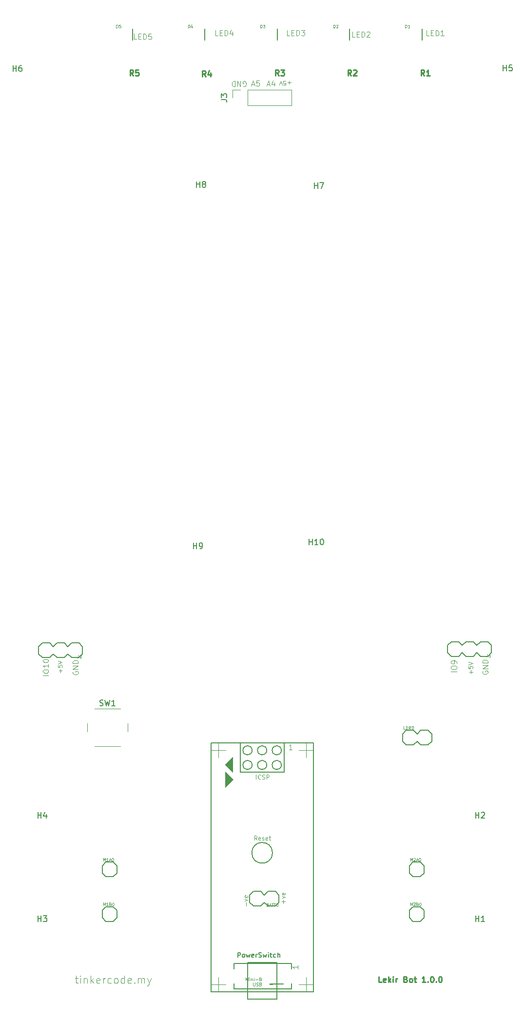
<source format=gbr>
%TF.GenerationSoftware,KiCad,Pcbnew,7.0.7*%
%TF.CreationDate,2024-02-03T16:55:10+08:00*%
%TF.ProjectId,lekirbot,6c656b69-7262-46f7-942e-6b696361645f,rev?*%
%TF.SameCoordinates,Original*%
%TF.FileFunction,Legend,Top*%
%TF.FilePolarity,Positive*%
%FSLAX46Y46*%
G04 Gerber Fmt 4.6, Leading zero omitted, Abs format (unit mm)*
G04 Created by KiCad (PCBNEW 7.0.7) date 2024-02-03 16:55:10*
%MOMM*%
%LPD*%
G01*
G04 APERTURE LIST*
%ADD10C,0.081280*%
%ADD11C,0.065024*%
%ADD12C,0.250000*%
%ADD13C,0.113792*%
%ADD14C,0.150000*%
%ADD15C,0.097536*%
%ADD16C,0.121920*%
%ADD17C,0.000508*%
%ADD18C,0.048768*%
%ADD19C,0.182880*%
%ADD20C,0.120000*%
%ADD21C,0.203200*%
%ADD22C,0.127000*%
%ADD23C,0.015875*%
G04 APERTURE END LIST*
D10*
X82629514Y-29789318D02*
X83074619Y-29789318D01*
X82540493Y-30056381D02*
X82852067Y-29121661D01*
X82852067Y-29121661D02*
X83163640Y-30056381D01*
X83920319Y-29121661D02*
X83475214Y-29121661D01*
X83475214Y-29121661D02*
X83430703Y-29566766D01*
X83430703Y-29566766D02*
X83475214Y-29522255D01*
X83475214Y-29522255D02*
X83564235Y-29477745D01*
X83564235Y-29477745D02*
X83786787Y-29477745D01*
X83786787Y-29477745D02*
X83875808Y-29522255D01*
X83875808Y-29522255D02*
X83920319Y-29566766D01*
X83920319Y-29566766D02*
X83964829Y-29655787D01*
X83964829Y-29655787D02*
X83964829Y-29878339D01*
X83964829Y-29878339D02*
X83920319Y-29967360D01*
X83920319Y-29967360D02*
X83875808Y-30011871D01*
X83875808Y-30011871D02*
X83786787Y-30056381D01*
X83786787Y-30056381D02*
X83564235Y-30056381D01*
X83564235Y-30056381D02*
X83475214Y-30011871D01*
X83475214Y-30011871D02*
X83430703Y-29967360D01*
D11*
X49404638Y-131782780D02*
X49404638Y-131213046D01*
X49689505Y-131497913D02*
X49119771Y-131497913D01*
X48941729Y-130500878D02*
X48941729Y-130856962D01*
X48941729Y-130856962D02*
X49297813Y-130892570D01*
X49297813Y-130892570D02*
X49262204Y-130856962D01*
X49262204Y-130856962D02*
X49226596Y-130785745D01*
X49226596Y-130785745D02*
X49226596Y-130607703D01*
X49226596Y-130607703D02*
X49262204Y-130536486D01*
X49262204Y-130536486D02*
X49297813Y-130500878D01*
X49297813Y-130500878D02*
X49369029Y-130465269D01*
X49369029Y-130465269D02*
X49547071Y-130465269D01*
X49547071Y-130465269D02*
X49618288Y-130500878D01*
X49618288Y-130500878D02*
X49653897Y-130536486D01*
X49653897Y-130536486D02*
X49689505Y-130607703D01*
X49689505Y-130607703D02*
X49689505Y-130785745D01*
X49689505Y-130785745D02*
X49653897Y-130856962D01*
X49653897Y-130856962D02*
X49618288Y-130892570D01*
X48941729Y-130251619D02*
X49689505Y-130002360D01*
X49689505Y-130002360D02*
X48941729Y-129753101D01*
D12*
X105171158Y-185520750D02*
X104694968Y-185520750D01*
X104694968Y-185520750D02*
X104694968Y-184520750D01*
X105885444Y-185473131D02*
X105790206Y-185520750D01*
X105790206Y-185520750D02*
X105599730Y-185520750D01*
X105599730Y-185520750D02*
X105504492Y-185473131D01*
X105504492Y-185473131D02*
X105456873Y-185377892D01*
X105456873Y-185377892D02*
X105456873Y-184996940D01*
X105456873Y-184996940D02*
X105504492Y-184901702D01*
X105504492Y-184901702D02*
X105599730Y-184854083D01*
X105599730Y-184854083D02*
X105790206Y-184854083D01*
X105790206Y-184854083D02*
X105885444Y-184901702D01*
X105885444Y-184901702D02*
X105933063Y-184996940D01*
X105933063Y-184996940D02*
X105933063Y-185092178D01*
X105933063Y-185092178D02*
X105456873Y-185187416D01*
X106361635Y-185520750D02*
X106361635Y-184520750D01*
X106456873Y-185139797D02*
X106742587Y-185520750D01*
X106742587Y-184854083D02*
X106361635Y-185235035D01*
X107171159Y-185520750D02*
X107171159Y-184854083D01*
X107171159Y-184520750D02*
X107123540Y-184568369D01*
X107123540Y-184568369D02*
X107171159Y-184615988D01*
X107171159Y-184615988D02*
X107218778Y-184568369D01*
X107218778Y-184568369D02*
X107171159Y-184520750D01*
X107171159Y-184520750D02*
X107171159Y-184615988D01*
X107647349Y-185520750D02*
X107647349Y-184854083D01*
X107647349Y-185044559D02*
X107694968Y-184949321D01*
X107694968Y-184949321D02*
X107742587Y-184901702D01*
X107742587Y-184901702D02*
X107837825Y-184854083D01*
X107837825Y-184854083D02*
X107933063Y-184854083D01*
X109361635Y-184996940D02*
X109504492Y-185044559D01*
X109504492Y-185044559D02*
X109552111Y-185092178D01*
X109552111Y-185092178D02*
X109599730Y-185187416D01*
X109599730Y-185187416D02*
X109599730Y-185330273D01*
X109599730Y-185330273D02*
X109552111Y-185425511D01*
X109552111Y-185425511D02*
X109504492Y-185473131D01*
X109504492Y-185473131D02*
X109409254Y-185520750D01*
X109409254Y-185520750D02*
X109028302Y-185520750D01*
X109028302Y-185520750D02*
X109028302Y-184520750D01*
X109028302Y-184520750D02*
X109361635Y-184520750D01*
X109361635Y-184520750D02*
X109456873Y-184568369D01*
X109456873Y-184568369D02*
X109504492Y-184615988D01*
X109504492Y-184615988D02*
X109552111Y-184711226D01*
X109552111Y-184711226D02*
X109552111Y-184806464D01*
X109552111Y-184806464D02*
X109504492Y-184901702D01*
X109504492Y-184901702D02*
X109456873Y-184949321D01*
X109456873Y-184949321D02*
X109361635Y-184996940D01*
X109361635Y-184996940D02*
X109028302Y-184996940D01*
X110171159Y-185520750D02*
X110075921Y-185473131D01*
X110075921Y-185473131D02*
X110028302Y-185425511D01*
X110028302Y-185425511D02*
X109980683Y-185330273D01*
X109980683Y-185330273D02*
X109980683Y-185044559D01*
X109980683Y-185044559D02*
X110028302Y-184949321D01*
X110028302Y-184949321D02*
X110075921Y-184901702D01*
X110075921Y-184901702D02*
X110171159Y-184854083D01*
X110171159Y-184854083D02*
X110314016Y-184854083D01*
X110314016Y-184854083D02*
X110409254Y-184901702D01*
X110409254Y-184901702D02*
X110456873Y-184949321D01*
X110456873Y-184949321D02*
X110504492Y-185044559D01*
X110504492Y-185044559D02*
X110504492Y-185330273D01*
X110504492Y-185330273D02*
X110456873Y-185425511D01*
X110456873Y-185425511D02*
X110409254Y-185473131D01*
X110409254Y-185473131D02*
X110314016Y-185520750D01*
X110314016Y-185520750D02*
X110171159Y-185520750D01*
X110790207Y-184854083D02*
X111171159Y-184854083D01*
X110933064Y-184520750D02*
X110933064Y-185377892D01*
X110933064Y-185377892D02*
X110980683Y-185473131D01*
X110980683Y-185473131D02*
X111075921Y-185520750D01*
X111075921Y-185520750D02*
X111171159Y-185520750D01*
X112790207Y-185520750D02*
X112218779Y-185520750D01*
X112504493Y-185520750D02*
X112504493Y-184520750D01*
X112504493Y-184520750D02*
X112409255Y-184663607D01*
X112409255Y-184663607D02*
X112314017Y-184758845D01*
X112314017Y-184758845D02*
X112218779Y-184806464D01*
X113218779Y-185425511D02*
X113266398Y-185473131D01*
X113266398Y-185473131D02*
X113218779Y-185520750D01*
X113218779Y-185520750D02*
X113171160Y-185473131D01*
X113171160Y-185473131D02*
X113218779Y-185425511D01*
X113218779Y-185425511D02*
X113218779Y-185520750D01*
X113885445Y-184520750D02*
X113980683Y-184520750D01*
X113980683Y-184520750D02*
X114075921Y-184568369D01*
X114075921Y-184568369D02*
X114123540Y-184615988D01*
X114123540Y-184615988D02*
X114171159Y-184711226D01*
X114171159Y-184711226D02*
X114218778Y-184901702D01*
X114218778Y-184901702D02*
X114218778Y-185139797D01*
X114218778Y-185139797D02*
X114171159Y-185330273D01*
X114171159Y-185330273D02*
X114123540Y-185425511D01*
X114123540Y-185425511D02*
X114075921Y-185473131D01*
X114075921Y-185473131D02*
X113980683Y-185520750D01*
X113980683Y-185520750D02*
X113885445Y-185520750D01*
X113885445Y-185520750D02*
X113790207Y-185473131D01*
X113790207Y-185473131D02*
X113742588Y-185425511D01*
X113742588Y-185425511D02*
X113694969Y-185330273D01*
X113694969Y-185330273D02*
X113647350Y-185139797D01*
X113647350Y-185139797D02*
X113647350Y-184901702D01*
X113647350Y-184901702D02*
X113694969Y-184711226D01*
X113694969Y-184711226D02*
X113742588Y-184615988D01*
X113742588Y-184615988D02*
X113790207Y-184568369D01*
X113790207Y-184568369D02*
X113885445Y-184520750D01*
X114647350Y-185425511D02*
X114694969Y-185473131D01*
X114694969Y-185473131D02*
X114647350Y-185520750D01*
X114647350Y-185520750D02*
X114599731Y-185473131D01*
X114599731Y-185473131D02*
X114647350Y-185425511D01*
X114647350Y-185425511D02*
X114647350Y-185520750D01*
X115314016Y-184520750D02*
X115409254Y-184520750D01*
X115409254Y-184520750D02*
X115504492Y-184568369D01*
X115504492Y-184568369D02*
X115552111Y-184615988D01*
X115552111Y-184615988D02*
X115599730Y-184711226D01*
X115599730Y-184711226D02*
X115647349Y-184901702D01*
X115647349Y-184901702D02*
X115647349Y-185139797D01*
X115647349Y-185139797D02*
X115599730Y-185330273D01*
X115599730Y-185330273D02*
X115552111Y-185425511D01*
X115552111Y-185425511D02*
X115504492Y-185473131D01*
X115504492Y-185473131D02*
X115409254Y-185520750D01*
X115409254Y-185520750D02*
X115314016Y-185520750D01*
X115314016Y-185520750D02*
X115218778Y-185473131D01*
X115218778Y-185473131D02*
X115171159Y-185425511D01*
X115171159Y-185425511D02*
X115123540Y-185330273D01*
X115123540Y-185330273D02*
X115075921Y-185139797D01*
X115075921Y-185139797D02*
X115075921Y-184901702D01*
X115075921Y-184901702D02*
X115123540Y-184711226D01*
X115123540Y-184711226D02*
X115171159Y-184615988D01*
X115171159Y-184615988D02*
X115218778Y-184568369D01*
X115218778Y-184568369D02*
X115314016Y-184520750D01*
D11*
X120702438Y-131985980D02*
X120702438Y-131416246D01*
X120987305Y-131701113D02*
X120417571Y-131701113D01*
X120239529Y-130704078D02*
X120239529Y-131060162D01*
X120239529Y-131060162D02*
X120595613Y-131095770D01*
X120595613Y-131095770D02*
X120560004Y-131060162D01*
X120560004Y-131060162D02*
X120524396Y-130988945D01*
X120524396Y-130988945D02*
X120524396Y-130810903D01*
X120524396Y-130810903D02*
X120560004Y-130739686D01*
X120560004Y-130739686D02*
X120595613Y-130704078D01*
X120595613Y-130704078D02*
X120666829Y-130668469D01*
X120666829Y-130668469D02*
X120844871Y-130668469D01*
X120844871Y-130668469D02*
X120916088Y-130704078D01*
X120916088Y-130704078D02*
X120951697Y-130739686D01*
X120951697Y-130739686D02*
X120987305Y-130810903D01*
X120987305Y-130810903D02*
X120987305Y-130988945D01*
X120987305Y-130988945D02*
X120951697Y-131060162D01*
X120951697Y-131060162D02*
X120916088Y-131095770D01*
X120239529Y-130454819D02*
X120987305Y-130205560D01*
X120987305Y-130205560D02*
X120239529Y-129956301D01*
D10*
X100565277Y-21548803D02*
X100120172Y-21548803D01*
X100120172Y-21548803D02*
X100120172Y-20614083D01*
X100876850Y-21059188D02*
X101188423Y-21059188D01*
X101321955Y-21548803D02*
X100876850Y-21548803D01*
X100876850Y-21548803D02*
X100876850Y-20614083D01*
X100876850Y-20614083D02*
X101321955Y-20614083D01*
X101722549Y-21548803D02*
X101722549Y-20614083D01*
X101722549Y-20614083D02*
X101945101Y-20614083D01*
X101945101Y-20614083D02*
X102078633Y-20658593D01*
X102078633Y-20658593D02*
X102167654Y-20747614D01*
X102167654Y-20747614D02*
X102212164Y-20836635D01*
X102212164Y-20836635D02*
X102256675Y-21014677D01*
X102256675Y-21014677D02*
X102256675Y-21148209D01*
X102256675Y-21148209D02*
X102212164Y-21326251D01*
X102212164Y-21326251D02*
X102167654Y-21415272D01*
X102167654Y-21415272D02*
X102078633Y-21504293D01*
X102078633Y-21504293D02*
X101945101Y-21548803D01*
X101945101Y-21548803D02*
X101722549Y-21548803D01*
X102612758Y-20703104D02*
X102657269Y-20658593D01*
X102657269Y-20658593D02*
X102746290Y-20614083D01*
X102746290Y-20614083D02*
X102968842Y-20614083D01*
X102968842Y-20614083D02*
X103057863Y-20658593D01*
X103057863Y-20658593D02*
X103102374Y-20703104D01*
X103102374Y-20703104D02*
X103146884Y-20792125D01*
X103146884Y-20792125D02*
X103146884Y-20881146D01*
X103146884Y-20881146D02*
X103102374Y-21014677D01*
X103102374Y-21014677D02*
X102568248Y-21548803D01*
X102568248Y-21548803D02*
X103146884Y-21548803D01*
D11*
X89416180Y-29437161D02*
X88846446Y-29437161D01*
X89131313Y-29152294D02*
X89131313Y-29722028D01*
X88134278Y-29900070D02*
X88490362Y-29900070D01*
X88490362Y-29900070D02*
X88525970Y-29543986D01*
X88525970Y-29543986D02*
X88490362Y-29579595D01*
X88490362Y-29579595D02*
X88419145Y-29615203D01*
X88419145Y-29615203D02*
X88241103Y-29615203D01*
X88241103Y-29615203D02*
X88169886Y-29579595D01*
X88169886Y-29579595D02*
X88134278Y-29543986D01*
X88134278Y-29543986D02*
X88098669Y-29472770D01*
X88098669Y-29472770D02*
X88098669Y-29294728D01*
X88098669Y-29294728D02*
X88134278Y-29223511D01*
X88134278Y-29223511D02*
X88169886Y-29187903D01*
X88169886Y-29187903D02*
X88241103Y-29152294D01*
X88241103Y-29152294D02*
X88419145Y-29152294D01*
X88419145Y-29152294D02*
X88490362Y-29187903D01*
X88490362Y-29187903D02*
X88525970Y-29223511D01*
X87885019Y-29900070D02*
X87635760Y-29152294D01*
X87635760Y-29152294D02*
X87386501Y-29900070D01*
X88114238Y-171813180D02*
X88114238Y-171243446D01*
X88399105Y-171528313D02*
X87829371Y-171528313D01*
X87900588Y-170958578D02*
X88399105Y-170780536D01*
X88399105Y-170780536D02*
X87900588Y-170602495D01*
X88363497Y-170032761D02*
X88399105Y-170103977D01*
X88399105Y-170103977D02*
X88399105Y-170246411D01*
X88399105Y-170246411D02*
X88363497Y-170317628D01*
X88363497Y-170317628D02*
X88292280Y-170353236D01*
X88292280Y-170353236D02*
X88007413Y-170353236D01*
X88007413Y-170353236D02*
X87936196Y-170317628D01*
X87936196Y-170317628D02*
X87900588Y-170246411D01*
X87900588Y-170246411D02*
X87900588Y-170103977D01*
X87900588Y-170103977D02*
X87936196Y-170032761D01*
X87936196Y-170032761D02*
X88007413Y-169997152D01*
X88007413Y-169997152D02*
X88078629Y-169997152D01*
X88078629Y-169997152D02*
X88149846Y-170353236D01*
D10*
X51569571Y-131618959D02*
X51525061Y-131707980D01*
X51525061Y-131707980D02*
X51525061Y-131841511D01*
X51525061Y-131841511D02*
X51569571Y-131975043D01*
X51569571Y-131975043D02*
X51658592Y-132064064D01*
X51658592Y-132064064D02*
X51747613Y-132108574D01*
X51747613Y-132108574D02*
X51925655Y-132153085D01*
X51925655Y-132153085D02*
X52059187Y-132153085D01*
X52059187Y-132153085D02*
X52237229Y-132108574D01*
X52237229Y-132108574D02*
X52326250Y-132064064D01*
X52326250Y-132064064D02*
X52415271Y-131975043D01*
X52415271Y-131975043D02*
X52459781Y-131841511D01*
X52459781Y-131841511D02*
X52459781Y-131752490D01*
X52459781Y-131752490D02*
X52415271Y-131618959D01*
X52415271Y-131618959D02*
X52370760Y-131574448D01*
X52370760Y-131574448D02*
X52059187Y-131574448D01*
X52059187Y-131574448D02*
X52059187Y-131752490D01*
X52459781Y-131173854D02*
X51525061Y-131173854D01*
X51525061Y-131173854D02*
X52459781Y-130639728D01*
X52459781Y-130639728D02*
X51525061Y-130639728D01*
X52459781Y-130194624D02*
X51525061Y-130194624D01*
X51525061Y-130194624D02*
X51525061Y-129972072D01*
X51525061Y-129972072D02*
X51569571Y-129838540D01*
X51569571Y-129838540D02*
X51658592Y-129749519D01*
X51658592Y-129749519D02*
X51747613Y-129705009D01*
X51747613Y-129705009D02*
X51925655Y-129660498D01*
X51925655Y-129660498D02*
X52059187Y-129660498D01*
X52059187Y-129660498D02*
X52237229Y-129705009D01*
X52237229Y-129705009D02*
X52326250Y-129749519D01*
X52326250Y-129749519D02*
X52415271Y-129838540D01*
X52415271Y-129838540D02*
X52459781Y-129972072D01*
X52459781Y-129972072D02*
X52459781Y-130194624D01*
D13*
X51914292Y-184813128D02*
X52412809Y-184813128D01*
X52101236Y-184376925D02*
X52101236Y-185498589D01*
X52101236Y-185498589D02*
X52163551Y-185623219D01*
X52163551Y-185623219D02*
X52288180Y-185685533D01*
X52288180Y-185685533D02*
X52412809Y-185685533D01*
X52849012Y-185685533D02*
X52849012Y-184813128D01*
X52849012Y-184376925D02*
X52786697Y-184439240D01*
X52786697Y-184439240D02*
X52849012Y-184501555D01*
X52849012Y-184501555D02*
X52911327Y-184439240D01*
X52911327Y-184439240D02*
X52849012Y-184376925D01*
X52849012Y-184376925D02*
X52849012Y-184501555D01*
X53472159Y-184813128D02*
X53472159Y-185685533D01*
X53472159Y-184937757D02*
X53534474Y-184875443D01*
X53534474Y-184875443D02*
X53659103Y-184813128D01*
X53659103Y-184813128D02*
X53846047Y-184813128D01*
X53846047Y-184813128D02*
X53970676Y-184875443D01*
X53970676Y-184875443D02*
X54032991Y-185000072D01*
X54032991Y-185000072D02*
X54032991Y-185685533D01*
X54656138Y-185685533D02*
X54656138Y-184376925D01*
X54780767Y-185187016D02*
X55154655Y-185685533D01*
X55154655Y-184813128D02*
X54656138Y-185311645D01*
X56214004Y-185623219D02*
X56089375Y-185685533D01*
X56089375Y-185685533D02*
X55840116Y-185685533D01*
X55840116Y-185685533D02*
X55715487Y-185623219D01*
X55715487Y-185623219D02*
X55653172Y-185498589D01*
X55653172Y-185498589D02*
X55653172Y-185000072D01*
X55653172Y-185000072D02*
X55715487Y-184875443D01*
X55715487Y-184875443D02*
X55840116Y-184813128D01*
X55840116Y-184813128D02*
X56089375Y-184813128D01*
X56089375Y-184813128D02*
X56214004Y-184875443D01*
X56214004Y-184875443D02*
X56276319Y-185000072D01*
X56276319Y-185000072D02*
X56276319Y-185124701D01*
X56276319Y-185124701D02*
X55653172Y-185249331D01*
X56837151Y-185685533D02*
X56837151Y-184813128D01*
X56837151Y-185062387D02*
X56899466Y-184937757D01*
X56899466Y-184937757D02*
X56961780Y-184875443D01*
X56961780Y-184875443D02*
X57086410Y-184813128D01*
X57086410Y-184813128D02*
X57211039Y-184813128D01*
X58208074Y-185623219D02*
X58083445Y-185685533D01*
X58083445Y-185685533D02*
X57834186Y-185685533D01*
X57834186Y-185685533D02*
X57709557Y-185623219D01*
X57709557Y-185623219D02*
X57647242Y-185560904D01*
X57647242Y-185560904D02*
X57584927Y-185436275D01*
X57584927Y-185436275D02*
X57584927Y-185062387D01*
X57584927Y-185062387D02*
X57647242Y-184937757D01*
X57647242Y-184937757D02*
X57709557Y-184875443D01*
X57709557Y-184875443D02*
X57834186Y-184813128D01*
X57834186Y-184813128D02*
X58083445Y-184813128D01*
X58083445Y-184813128D02*
X58208074Y-184875443D01*
X58955850Y-185685533D02*
X58831221Y-185623219D01*
X58831221Y-185623219D02*
X58768906Y-185560904D01*
X58768906Y-185560904D02*
X58706591Y-185436275D01*
X58706591Y-185436275D02*
X58706591Y-185062387D01*
X58706591Y-185062387D02*
X58768906Y-184937757D01*
X58768906Y-184937757D02*
X58831221Y-184875443D01*
X58831221Y-184875443D02*
X58955850Y-184813128D01*
X58955850Y-184813128D02*
X59142794Y-184813128D01*
X59142794Y-184813128D02*
X59267423Y-184875443D01*
X59267423Y-184875443D02*
X59329738Y-184937757D01*
X59329738Y-184937757D02*
X59392053Y-185062387D01*
X59392053Y-185062387D02*
X59392053Y-185436275D01*
X59392053Y-185436275D02*
X59329738Y-185560904D01*
X59329738Y-185560904D02*
X59267423Y-185623219D01*
X59267423Y-185623219D02*
X59142794Y-185685533D01*
X59142794Y-185685533D02*
X58955850Y-185685533D01*
X60513717Y-185685533D02*
X60513717Y-184376925D01*
X60513717Y-185623219D02*
X60389088Y-185685533D01*
X60389088Y-185685533D02*
X60139829Y-185685533D01*
X60139829Y-185685533D02*
X60015200Y-185623219D01*
X60015200Y-185623219D02*
X59952885Y-185560904D01*
X59952885Y-185560904D02*
X59890570Y-185436275D01*
X59890570Y-185436275D02*
X59890570Y-185062387D01*
X59890570Y-185062387D02*
X59952885Y-184937757D01*
X59952885Y-184937757D02*
X60015200Y-184875443D01*
X60015200Y-184875443D02*
X60139829Y-184813128D01*
X60139829Y-184813128D02*
X60389088Y-184813128D01*
X60389088Y-184813128D02*
X60513717Y-184875443D01*
X61635381Y-185623219D02*
X61510752Y-185685533D01*
X61510752Y-185685533D02*
X61261493Y-185685533D01*
X61261493Y-185685533D02*
X61136864Y-185623219D01*
X61136864Y-185623219D02*
X61074549Y-185498589D01*
X61074549Y-185498589D02*
X61074549Y-185000072D01*
X61074549Y-185000072D02*
X61136864Y-184875443D01*
X61136864Y-184875443D02*
X61261493Y-184813128D01*
X61261493Y-184813128D02*
X61510752Y-184813128D01*
X61510752Y-184813128D02*
X61635381Y-184875443D01*
X61635381Y-184875443D02*
X61697696Y-185000072D01*
X61697696Y-185000072D02*
X61697696Y-185124701D01*
X61697696Y-185124701D02*
X61074549Y-185249331D01*
X62258528Y-185560904D02*
X62320843Y-185623219D01*
X62320843Y-185623219D02*
X62258528Y-185685533D01*
X62258528Y-185685533D02*
X62196213Y-185623219D01*
X62196213Y-185623219D02*
X62258528Y-185560904D01*
X62258528Y-185560904D02*
X62258528Y-185685533D01*
X62881675Y-185685533D02*
X62881675Y-184813128D01*
X62881675Y-184937757D02*
X62943990Y-184875443D01*
X62943990Y-184875443D02*
X63068619Y-184813128D01*
X63068619Y-184813128D02*
X63255563Y-184813128D01*
X63255563Y-184813128D02*
X63380192Y-184875443D01*
X63380192Y-184875443D02*
X63442507Y-185000072D01*
X63442507Y-185000072D02*
X63442507Y-185685533D01*
X63442507Y-185000072D02*
X63504822Y-184875443D01*
X63504822Y-184875443D02*
X63629451Y-184813128D01*
X63629451Y-184813128D02*
X63816395Y-184813128D01*
X63816395Y-184813128D02*
X63941024Y-184875443D01*
X63941024Y-184875443D02*
X64003339Y-185000072D01*
X64003339Y-185000072D02*
X64003339Y-185685533D01*
X64501857Y-184813128D02*
X64813430Y-185685533D01*
X65125003Y-184813128D02*
X64813430Y-185685533D01*
X64813430Y-185685533D02*
X64688801Y-185997107D01*
X64688801Y-185997107D02*
X64626486Y-186059421D01*
X64626486Y-186059421D02*
X64501857Y-186121736D01*
D11*
X81623135Y-172257239D02*
X81623135Y-171687505D01*
X81409485Y-171402637D02*
X81908002Y-171224595D01*
X81908002Y-171224595D02*
X81409485Y-171046554D01*
X81872394Y-170476820D02*
X81908002Y-170548036D01*
X81908002Y-170548036D02*
X81908002Y-170690470D01*
X81908002Y-170690470D02*
X81872394Y-170761687D01*
X81872394Y-170761687D02*
X81801177Y-170797295D01*
X81801177Y-170797295D02*
X81516310Y-170797295D01*
X81516310Y-170797295D02*
X81445093Y-170761687D01*
X81445093Y-170761687D02*
X81409485Y-170690470D01*
X81409485Y-170690470D02*
X81409485Y-170548036D01*
X81409485Y-170548036D02*
X81445093Y-170476820D01*
X81445093Y-170476820D02*
X81516310Y-170441211D01*
X81516310Y-170441211D02*
X81587526Y-170441211D01*
X81587526Y-170441211D02*
X81658743Y-170797295D01*
D10*
X85296514Y-29789318D02*
X85741619Y-29789318D01*
X85207493Y-30056381D02*
X85519067Y-29121661D01*
X85519067Y-29121661D02*
X85830640Y-30056381D01*
X86542808Y-29433234D02*
X86542808Y-30056381D01*
X86320256Y-29077151D02*
X86097703Y-29744808D01*
X86097703Y-29744808D02*
X86676340Y-29744808D01*
X122740371Y-131542759D02*
X122695861Y-131631780D01*
X122695861Y-131631780D02*
X122695861Y-131765311D01*
X122695861Y-131765311D02*
X122740371Y-131898843D01*
X122740371Y-131898843D02*
X122829392Y-131987864D01*
X122829392Y-131987864D02*
X122918413Y-132032374D01*
X122918413Y-132032374D02*
X123096455Y-132076885D01*
X123096455Y-132076885D02*
X123229987Y-132076885D01*
X123229987Y-132076885D02*
X123408029Y-132032374D01*
X123408029Y-132032374D02*
X123497050Y-131987864D01*
X123497050Y-131987864D02*
X123586071Y-131898843D01*
X123586071Y-131898843D02*
X123630581Y-131765311D01*
X123630581Y-131765311D02*
X123630581Y-131676290D01*
X123630581Y-131676290D02*
X123586071Y-131542759D01*
X123586071Y-131542759D02*
X123541560Y-131498248D01*
X123541560Y-131498248D02*
X123229987Y-131498248D01*
X123229987Y-131498248D02*
X123229987Y-131676290D01*
X123630581Y-131097654D02*
X122695861Y-131097654D01*
X122695861Y-131097654D02*
X123630581Y-130563528D01*
X123630581Y-130563528D02*
X122695861Y-130563528D01*
X123630581Y-130118424D02*
X122695861Y-130118424D01*
X122695861Y-130118424D02*
X122695861Y-129895872D01*
X122695861Y-129895872D02*
X122740371Y-129762340D01*
X122740371Y-129762340D02*
X122829392Y-129673319D01*
X122829392Y-129673319D02*
X122918413Y-129628809D01*
X122918413Y-129628809D02*
X123096455Y-129584298D01*
X123096455Y-129584298D02*
X123229987Y-129584298D01*
X123229987Y-129584298D02*
X123408029Y-129628809D01*
X123408029Y-129628809D02*
X123497050Y-129673319D01*
X123497050Y-129673319D02*
X123586071Y-129762340D01*
X123586071Y-129762340D02*
X123630581Y-129895872D01*
X123630581Y-129895872D02*
X123630581Y-130118424D01*
X76769130Y-21293381D02*
X76324025Y-21293381D01*
X76324025Y-21293381D02*
X76324025Y-20358661D01*
X77080703Y-20803766D02*
X77392276Y-20803766D01*
X77525808Y-21293381D02*
X77080703Y-21293381D01*
X77080703Y-21293381D02*
X77080703Y-20358661D01*
X77080703Y-20358661D02*
X77525808Y-20358661D01*
X77926402Y-21293381D02*
X77926402Y-20358661D01*
X77926402Y-20358661D02*
X78148954Y-20358661D01*
X78148954Y-20358661D02*
X78282486Y-20403171D01*
X78282486Y-20403171D02*
X78371507Y-20492192D01*
X78371507Y-20492192D02*
X78416017Y-20581213D01*
X78416017Y-20581213D02*
X78460528Y-20759255D01*
X78460528Y-20759255D02*
X78460528Y-20892787D01*
X78460528Y-20892787D02*
X78416017Y-21070829D01*
X78416017Y-21070829D02*
X78371507Y-21159850D01*
X78371507Y-21159850D02*
X78282486Y-21248871D01*
X78282486Y-21248871D02*
X78148954Y-21293381D01*
X78148954Y-21293381D02*
X77926402Y-21293381D01*
X79261716Y-20670234D02*
X79261716Y-21293381D01*
X79039164Y-20314151D02*
X78816611Y-20981808D01*
X78816611Y-20981808D02*
X79395248Y-20981808D01*
X118194981Y-131625974D02*
X117260261Y-131625974D01*
X117260261Y-131002827D02*
X117260261Y-130824785D01*
X117260261Y-130824785D02*
X117304771Y-130735764D01*
X117304771Y-130735764D02*
X117393792Y-130646743D01*
X117393792Y-130646743D02*
X117571834Y-130602233D01*
X117571834Y-130602233D02*
X117883408Y-130602233D01*
X117883408Y-130602233D02*
X118061450Y-130646743D01*
X118061450Y-130646743D02*
X118150471Y-130735764D01*
X118150471Y-130735764D02*
X118194981Y-130824785D01*
X118194981Y-130824785D02*
X118194981Y-131002827D01*
X118194981Y-131002827D02*
X118150471Y-131091848D01*
X118150471Y-131091848D02*
X118061450Y-131180869D01*
X118061450Y-131180869D02*
X117883408Y-131225380D01*
X117883408Y-131225380D02*
X117571834Y-131225380D01*
X117571834Y-131225380D02*
X117393792Y-131180869D01*
X117393792Y-131180869D02*
X117304771Y-131091848D01*
X117304771Y-131091848D02*
X117260261Y-131002827D01*
X118194981Y-130157129D02*
X118194981Y-129979087D01*
X118194981Y-129979087D02*
X118150471Y-129890066D01*
X118150471Y-129890066D02*
X118105960Y-129845555D01*
X118105960Y-129845555D02*
X117972429Y-129756534D01*
X117972429Y-129756534D02*
X117794387Y-129712024D01*
X117794387Y-129712024D02*
X117438303Y-129712024D01*
X117438303Y-129712024D02*
X117349282Y-129756534D01*
X117349282Y-129756534D02*
X117304771Y-129801045D01*
X117304771Y-129801045D02*
X117260261Y-129890066D01*
X117260261Y-129890066D02*
X117260261Y-130068108D01*
X117260261Y-130068108D02*
X117304771Y-130157129D01*
X117304771Y-130157129D02*
X117349282Y-130201639D01*
X117349282Y-130201639D02*
X117438303Y-130246150D01*
X117438303Y-130246150D02*
X117660855Y-130246150D01*
X117660855Y-130246150D02*
X117749876Y-130201639D01*
X117749876Y-130201639D02*
X117794387Y-130157129D01*
X117794387Y-130157129D02*
X117838897Y-130068108D01*
X117838897Y-130068108D02*
X117838897Y-129890066D01*
X117838897Y-129890066D02*
X117794387Y-129801045D01*
X117794387Y-129801045D02*
X117749876Y-129756534D01*
X117749876Y-129756534D02*
X117660855Y-129712024D01*
X62621330Y-21941081D02*
X62176225Y-21941081D01*
X62176225Y-21941081D02*
X62176225Y-21006361D01*
X62932903Y-21451466D02*
X63244476Y-21451466D01*
X63378008Y-21941081D02*
X62932903Y-21941081D01*
X62932903Y-21941081D02*
X62932903Y-21006361D01*
X62932903Y-21006361D02*
X63378008Y-21006361D01*
X63778602Y-21941081D02*
X63778602Y-21006361D01*
X63778602Y-21006361D02*
X64001154Y-21006361D01*
X64001154Y-21006361D02*
X64134686Y-21050871D01*
X64134686Y-21050871D02*
X64223707Y-21139892D01*
X64223707Y-21139892D02*
X64268217Y-21228913D01*
X64268217Y-21228913D02*
X64312728Y-21406955D01*
X64312728Y-21406955D02*
X64312728Y-21540487D01*
X64312728Y-21540487D02*
X64268217Y-21718529D01*
X64268217Y-21718529D02*
X64223707Y-21807550D01*
X64223707Y-21807550D02*
X64134686Y-21896571D01*
X64134686Y-21896571D02*
X64001154Y-21941081D01*
X64001154Y-21941081D02*
X63778602Y-21941081D01*
X65158427Y-21006361D02*
X64713322Y-21006361D01*
X64713322Y-21006361D02*
X64668811Y-21451466D01*
X64668811Y-21451466D02*
X64713322Y-21406955D01*
X64713322Y-21406955D02*
X64802343Y-21362445D01*
X64802343Y-21362445D02*
X65024895Y-21362445D01*
X65024895Y-21362445D02*
X65113916Y-21406955D01*
X65113916Y-21406955D02*
X65158427Y-21451466D01*
X65158427Y-21451466D02*
X65202937Y-21540487D01*
X65202937Y-21540487D02*
X65202937Y-21763039D01*
X65202937Y-21763039D02*
X65158427Y-21852060D01*
X65158427Y-21852060D02*
X65113916Y-21896571D01*
X65113916Y-21896571D02*
X65024895Y-21941081D01*
X65024895Y-21941081D02*
X64802343Y-21941081D01*
X64802343Y-21941081D02*
X64713322Y-21896571D01*
X64713322Y-21896571D02*
X64668811Y-21852060D01*
X81124359Y-30091628D02*
X81213380Y-30136138D01*
X81213380Y-30136138D02*
X81346911Y-30136138D01*
X81346911Y-30136138D02*
X81480443Y-30091628D01*
X81480443Y-30091628D02*
X81569464Y-30002607D01*
X81569464Y-30002607D02*
X81613974Y-29913586D01*
X81613974Y-29913586D02*
X81658485Y-29735544D01*
X81658485Y-29735544D02*
X81658485Y-29602012D01*
X81658485Y-29602012D02*
X81613974Y-29423970D01*
X81613974Y-29423970D02*
X81569464Y-29334949D01*
X81569464Y-29334949D02*
X81480443Y-29245929D01*
X81480443Y-29245929D02*
X81346911Y-29201418D01*
X81346911Y-29201418D02*
X81257890Y-29201418D01*
X81257890Y-29201418D02*
X81124359Y-29245929D01*
X81124359Y-29245929D02*
X81079848Y-29290439D01*
X81079848Y-29290439D02*
X81079848Y-29602012D01*
X81079848Y-29602012D02*
X81257890Y-29602012D01*
X80679254Y-29201418D02*
X80679254Y-30136138D01*
X80679254Y-30136138D02*
X80145128Y-29201418D01*
X80145128Y-29201418D02*
X80145128Y-30136138D01*
X79700024Y-29201418D02*
X79700024Y-30136138D01*
X79700024Y-30136138D02*
X79477472Y-30136138D01*
X79477472Y-30136138D02*
X79343940Y-30091628D01*
X79343940Y-30091628D02*
X79254919Y-30002607D01*
X79254919Y-30002607D02*
X79210409Y-29913586D01*
X79210409Y-29913586D02*
X79165898Y-29735544D01*
X79165898Y-29735544D02*
X79165898Y-29602012D01*
X79165898Y-29602012D02*
X79210409Y-29423970D01*
X79210409Y-29423970D02*
X79254919Y-29334949D01*
X79254919Y-29334949D02*
X79343940Y-29245929D01*
X79343940Y-29245929D02*
X79477472Y-29201418D01*
X79477472Y-29201418D02*
X79700024Y-29201418D01*
X89215130Y-21293381D02*
X88770025Y-21293381D01*
X88770025Y-21293381D02*
X88770025Y-20358661D01*
X89526703Y-20803766D02*
X89838276Y-20803766D01*
X89971808Y-21293381D02*
X89526703Y-21293381D01*
X89526703Y-21293381D02*
X89526703Y-20358661D01*
X89526703Y-20358661D02*
X89971808Y-20358661D01*
X90372402Y-21293381D02*
X90372402Y-20358661D01*
X90372402Y-20358661D02*
X90594954Y-20358661D01*
X90594954Y-20358661D02*
X90728486Y-20403171D01*
X90728486Y-20403171D02*
X90817507Y-20492192D01*
X90817507Y-20492192D02*
X90862017Y-20581213D01*
X90862017Y-20581213D02*
X90906528Y-20759255D01*
X90906528Y-20759255D02*
X90906528Y-20892787D01*
X90906528Y-20892787D02*
X90862017Y-21070829D01*
X90862017Y-21070829D02*
X90817507Y-21159850D01*
X90817507Y-21159850D02*
X90728486Y-21248871D01*
X90728486Y-21248871D02*
X90594954Y-21293381D01*
X90594954Y-21293381D02*
X90372402Y-21293381D01*
X91218101Y-20358661D02*
X91796737Y-20358661D01*
X91796737Y-20358661D02*
X91485164Y-20714745D01*
X91485164Y-20714745D02*
X91618695Y-20714745D01*
X91618695Y-20714745D02*
X91707716Y-20759255D01*
X91707716Y-20759255D02*
X91752227Y-20803766D01*
X91752227Y-20803766D02*
X91796737Y-20892787D01*
X91796737Y-20892787D02*
X91796737Y-21115339D01*
X91796737Y-21115339D02*
X91752227Y-21204360D01*
X91752227Y-21204360D02*
X91707716Y-21248871D01*
X91707716Y-21248871D02*
X91618695Y-21293381D01*
X91618695Y-21293381D02*
X91351632Y-21293381D01*
X91351632Y-21293381D02*
X91262611Y-21248871D01*
X91262611Y-21248871D02*
X91218101Y-21204360D01*
X113417677Y-21320203D02*
X112972572Y-21320203D01*
X112972572Y-21320203D02*
X112972572Y-20385483D01*
X113729250Y-20830588D02*
X114040823Y-20830588D01*
X114174355Y-21320203D02*
X113729250Y-21320203D01*
X113729250Y-21320203D02*
X113729250Y-20385483D01*
X113729250Y-20385483D02*
X114174355Y-20385483D01*
X114574949Y-21320203D02*
X114574949Y-20385483D01*
X114574949Y-20385483D02*
X114797501Y-20385483D01*
X114797501Y-20385483D02*
X114931033Y-20429993D01*
X114931033Y-20429993D02*
X115020054Y-20519014D01*
X115020054Y-20519014D02*
X115064564Y-20608035D01*
X115064564Y-20608035D02*
X115109075Y-20786077D01*
X115109075Y-20786077D02*
X115109075Y-20919609D01*
X115109075Y-20919609D02*
X115064564Y-21097651D01*
X115064564Y-21097651D02*
X115020054Y-21186672D01*
X115020054Y-21186672D02*
X114931033Y-21275693D01*
X114931033Y-21275693D02*
X114797501Y-21320203D01*
X114797501Y-21320203D02*
X114574949Y-21320203D01*
X115999284Y-21320203D02*
X115465158Y-21320203D01*
X115732221Y-21320203D02*
X115732221Y-20385483D01*
X115732221Y-20385483D02*
X115643200Y-20519014D01*
X115643200Y-20519014D02*
X115554179Y-20608035D01*
X115554179Y-20608035D02*
X115465158Y-20652546D01*
X47303581Y-132286374D02*
X46368861Y-132286374D01*
X46368861Y-131663227D02*
X46368861Y-131485185D01*
X46368861Y-131485185D02*
X46413371Y-131396164D01*
X46413371Y-131396164D02*
X46502392Y-131307143D01*
X46502392Y-131307143D02*
X46680434Y-131262633D01*
X46680434Y-131262633D02*
X46992008Y-131262633D01*
X46992008Y-131262633D02*
X47170050Y-131307143D01*
X47170050Y-131307143D02*
X47259071Y-131396164D01*
X47259071Y-131396164D02*
X47303581Y-131485185D01*
X47303581Y-131485185D02*
X47303581Y-131663227D01*
X47303581Y-131663227D02*
X47259071Y-131752248D01*
X47259071Y-131752248D02*
X47170050Y-131841269D01*
X47170050Y-131841269D02*
X46992008Y-131885780D01*
X46992008Y-131885780D02*
X46680434Y-131885780D01*
X46680434Y-131885780D02*
X46502392Y-131841269D01*
X46502392Y-131841269D02*
X46413371Y-131752248D01*
X46413371Y-131752248D02*
X46368861Y-131663227D01*
X47303581Y-130372424D02*
X47303581Y-130906550D01*
X47303581Y-130639487D02*
X46368861Y-130639487D01*
X46368861Y-130639487D02*
X46502392Y-130728508D01*
X46502392Y-130728508D02*
X46591413Y-130817529D01*
X46591413Y-130817529D02*
X46635924Y-130906550D01*
X46368861Y-129793787D02*
X46368861Y-129704766D01*
X46368861Y-129704766D02*
X46413371Y-129615745D01*
X46413371Y-129615745D02*
X46457882Y-129571235D01*
X46457882Y-129571235D02*
X46546903Y-129526724D01*
X46546903Y-129526724D02*
X46724945Y-129482214D01*
X46724945Y-129482214D02*
X46947497Y-129482214D01*
X46947497Y-129482214D02*
X47125539Y-129526724D01*
X47125539Y-129526724D02*
X47214560Y-129571235D01*
X47214560Y-129571235D02*
X47259071Y-129615745D01*
X47259071Y-129615745D02*
X47303581Y-129704766D01*
X47303581Y-129704766D02*
X47303581Y-129793787D01*
X47303581Y-129793787D02*
X47259071Y-129882808D01*
X47259071Y-129882808D02*
X47214560Y-129927319D01*
X47214560Y-129927319D02*
X47125539Y-129971829D01*
X47125539Y-129971829D02*
X46947497Y-130016340D01*
X46947497Y-130016340D02*
X46724945Y-130016340D01*
X46724945Y-130016340D02*
X46546903Y-129971829D01*
X46546903Y-129971829D02*
X46457882Y-129927319D01*
X46457882Y-129927319D02*
X46413371Y-129882808D01*
X46413371Y-129882808D02*
X46368861Y-129793787D01*
D12*
X112584333Y-28261619D02*
X112251000Y-27785428D01*
X112012905Y-28261619D02*
X112012905Y-27261619D01*
X112012905Y-27261619D02*
X112393857Y-27261619D01*
X112393857Y-27261619D02*
X112489095Y-27309238D01*
X112489095Y-27309238D02*
X112536714Y-27356857D01*
X112536714Y-27356857D02*
X112584333Y-27452095D01*
X112584333Y-27452095D02*
X112584333Y-27594952D01*
X112584333Y-27594952D02*
X112536714Y-27690190D01*
X112536714Y-27690190D02*
X112489095Y-27737809D01*
X112489095Y-27737809D02*
X112393857Y-27785428D01*
X112393857Y-27785428D02*
X112012905Y-27785428D01*
X113536714Y-28261619D02*
X112965286Y-28261619D01*
X113251000Y-28261619D02*
X113251000Y-27261619D01*
X113251000Y-27261619D02*
X113155762Y-27404476D01*
X113155762Y-27404476D02*
X113060524Y-27499714D01*
X113060524Y-27499714D02*
X112965286Y-27547333D01*
X99884333Y-28261619D02*
X99551000Y-27785428D01*
X99312905Y-28261619D02*
X99312905Y-27261619D01*
X99312905Y-27261619D02*
X99693857Y-27261619D01*
X99693857Y-27261619D02*
X99789095Y-27309238D01*
X99789095Y-27309238D02*
X99836714Y-27356857D01*
X99836714Y-27356857D02*
X99884333Y-27452095D01*
X99884333Y-27452095D02*
X99884333Y-27594952D01*
X99884333Y-27594952D02*
X99836714Y-27690190D01*
X99836714Y-27690190D02*
X99789095Y-27737809D01*
X99789095Y-27737809D02*
X99693857Y-27785428D01*
X99693857Y-27785428D02*
X99312905Y-27785428D01*
X100265286Y-27356857D02*
X100312905Y-27309238D01*
X100312905Y-27309238D02*
X100408143Y-27261619D01*
X100408143Y-27261619D02*
X100646238Y-27261619D01*
X100646238Y-27261619D02*
X100741476Y-27309238D01*
X100741476Y-27309238D02*
X100789095Y-27356857D01*
X100789095Y-27356857D02*
X100836714Y-27452095D01*
X100836714Y-27452095D02*
X100836714Y-27547333D01*
X100836714Y-27547333D02*
X100789095Y-27690190D01*
X100789095Y-27690190D02*
X100217667Y-28261619D01*
X100217667Y-28261619D02*
X100836714Y-28261619D01*
D14*
X77304819Y-32413333D02*
X78019104Y-32413333D01*
X78019104Y-32413333D02*
X78161961Y-32460952D01*
X78161961Y-32460952D02*
X78257200Y-32556190D01*
X78257200Y-32556190D02*
X78304819Y-32699047D01*
X78304819Y-32699047D02*
X78304819Y-32794285D01*
X77304819Y-32032380D02*
X77304819Y-31413333D01*
X77304819Y-31413333D02*
X77685771Y-31746666D01*
X77685771Y-31746666D02*
X77685771Y-31603809D01*
X77685771Y-31603809D02*
X77733390Y-31508571D01*
X77733390Y-31508571D02*
X77781009Y-31460952D01*
X77781009Y-31460952D02*
X77876247Y-31413333D01*
X77876247Y-31413333D02*
X78114342Y-31413333D01*
X78114342Y-31413333D02*
X78209580Y-31460952D01*
X78209580Y-31460952D02*
X78257200Y-31508571D01*
X78257200Y-31508571D02*
X78304819Y-31603809D01*
X78304819Y-31603809D02*
X78304819Y-31889523D01*
X78304819Y-31889523D02*
X78257200Y-31984761D01*
X78257200Y-31984761D02*
X78209580Y-32032380D01*
X45478795Y-174989419D02*
X45478795Y-173989419D01*
X45478795Y-174465609D02*
X46050223Y-174465609D01*
X46050223Y-174989419D02*
X46050223Y-173989419D01*
X46431176Y-173989419D02*
X47050223Y-173989419D01*
X47050223Y-173989419D02*
X46716890Y-174370371D01*
X46716890Y-174370371D02*
X46859747Y-174370371D01*
X46859747Y-174370371D02*
X46954985Y-174417990D01*
X46954985Y-174417990D02*
X47002604Y-174465609D01*
X47002604Y-174465609D02*
X47050223Y-174560847D01*
X47050223Y-174560847D02*
X47050223Y-174798942D01*
X47050223Y-174798942D02*
X47002604Y-174894180D01*
X47002604Y-174894180D02*
X46954985Y-174941800D01*
X46954985Y-174941800D02*
X46859747Y-174989419D01*
X46859747Y-174989419D02*
X46574033Y-174989419D01*
X46574033Y-174989419D02*
X46478795Y-174941800D01*
X46478795Y-174941800D02*
X46431176Y-174894180D01*
D15*
X123583432Y-128553598D02*
X123583432Y-128919358D01*
X123583432Y-128919358D02*
X123559048Y-128992510D01*
X123559048Y-128992510D02*
X123510280Y-129041278D01*
X123510280Y-129041278D02*
X123437128Y-129065662D01*
X123437128Y-129065662D02*
X123388360Y-129065662D01*
X124095496Y-129065662D02*
X123802888Y-129065662D01*
X123949192Y-129065662D02*
X123949192Y-128553598D01*
X123949192Y-128553598D02*
X123900424Y-128626750D01*
X123900424Y-128626750D02*
X123851656Y-128675518D01*
X123851656Y-128675518D02*
X123802888Y-128699902D01*
X96823621Y-19928211D02*
X96823621Y-19416147D01*
X96823621Y-19416147D02*
X96945541Y-19416147D01*
X96945541Y-19416147D02*
X97018693Y-19440531D01*
X97018693Y-19440531D02*
X97067461Y-19489299D01*
X97067461Y-19489299D02*
X97091845Y-19538067D01*
X97091845Y-19538067D02*
X97116229Y-19635603D01*
X97116229Y-19635603D02*
X97116229Y-19708755D01*
X97116229Y-19708755D02*
X97091845Y-19806291D01*
X97091845Y-19806291D02*
X97067461Y-19855059D01*
X97067461Y-19855059D02*
X97018693Y-19903827D01*
X97018693Y-19903827D02*
X96945541Y-19928211D01*
X96945541Y-19928211D02*
X96823621Y-19928211D01*
X97311301Y-19464915D02*
X97335685Y-19440531D01*
X97335685Y-19440531D02*
X97384453Y-19416147D01*
X97384453Y-19416147D02*
X97506373Y-19416147D01*
X97506373Y-19416147D02*
X97555141Y-19440531D01*
X97555141Y-19440531D02*
X97579525Y-19464915D01*
X97579525Y-19464915D02*
X97603909Y-19513683D01*
X97603909Y-19513683D02*
X97603909Y-19562451D01*
X97603909Y-19562451D02*
X97579525Y-19635603D01*
X97579525Y-19635603D02*
X97286917Y-19928211D01*
X97286917Y-19928211D02*
X97603909Y-19928211D01*
X56828088Y-164480962D02*
X56828088Y-163968898D01*
X56828088Y-163968898D02*
X56998776Y-164334658D01*
X56998776Y-164334658D02*
X57169464Y-163968898D01*
X57169464Y-163968898D02*
X57169464Y-164480962D01*
X57681528Y-164480962D02*
X57388920Y-164480962D01*
X57535224Y-164480962D02*
X57535224Y-163968898D01*
X57535224Y-163968898D02*
X57486456Y-164042050D01*
X57486456Y-164042050D02*
X57437688Y-164090818D01*
X57437688Y-164090818D02*
X57388920Y-164115202D01*
X57876600Y-164334658D02*
X58120440Y-164334658D01*
X57827832Y-164480962D02*
X57998520Y-163968898D01*
X57998520Y-163968898D02*
X58169208Y-164480962D01*
X58437432Y-163968898D02*
X58486200Y-163968898D01*
X58486200Y-163968898D02*
X58534968Y-163993282D01*
X58534968Y-163993282D02*
X58559352Y-164017666D01*
X58559352Y-164017666D02*
X58583736Y-164066434D01*
X58583736Y-164066434D02*
X58608120Y-164163970D01*
X58608120Y-164163970D02*
X58608120Y-164285890D01*
X58608120Y-164285890D02*
X58583736Y-164383426D01*
X58583736Y-164383426D02*
X58559352Y-164432194D01*
X58559352Y-164432194D02*
X58534968Y-164456578D01*
X58534968Y-164456578D02*
X58486200Y-164480962D01*
X58486200Y-164480962D02*
X58437432Y-164480962D01*
X58437432Y-164480962D02*
X58388664Y-164456578D01*
X58388664Y-164456578D02*
X58364280Y-164432194D01*
X58364280Y-164432194D02*
X58339896Y-164383426D01*
X58339896Y-164383426D02*
X58315512Y-164285890D01*
X58315512Y-164285890D02*
X58315512Y-164163970D01*
X58315512Y-164163970D02*
X58339896Y-164066434D01*
X58339896Y-164066434D02*
X58364280Y-164017666D01*
X58364280Y-164017666D02*
X58388664Y-163993282D01*
X58388664Y-163993282D02*
X58437432Y-163968898D01*
X52565032Y-128731398D02*
X52565032Y-129097158D01*
X52565032Y-129097158D02*
X52540648Y-129170310D01*
X52540648Y-129170310D02*
X52491880Y-129219078D01*
X52491880Y-129219078D02*
X52418728Y-129243462D01*
X52418728Y-129243462D02*
X52369960Y-129243462D01*
X52784488Y-128780166D02*
X52808872Y-128755782D01*
X52808872Y-128755782D02*
X52857640Y-128731398D01*
X52857640Y-128731398D02*
X52979560Y-128731398D01*
X52979560Y-128731398D02*
X53028328Y-128755782D01*
X53028328Y-128755782D02*
X53052712Y-128780166D01*
X53052712Y-128780166D02*
X53077096Y-128828934D01*
X53077096Y-128828934D02*
X53077096Y-128877702D01*
X53077096Y-128877702D02*
X53052712Y-128950854D01*
X53052712Y-128950854D02*
X52760104Y-129243462D01*
X52760104Y-129243462D02*
X53077096Y-129243462D01*
D14*
X45478795Y-157031619D02*
X45478795Y-156031619D01*
X45478795Y-156507809D02*
X46050223Y-156507809D01*
X46050223Y-157031619D02*
X46050223Y-156031619D01*
X46954985Y-156364952D02*
X46954985Y-157031619D01*
X46716890Y-155984000D02*
X46478795Y-156698285D01*
X46478795Y-156698285D02*
X47097842Y-156698285D01*
D16*
X109292246Y-19921636D02*
X109292246Y-19433956D01*
X109292246Y-19433956D02*
X109408360Y-19433956D01*
X109408360Y-19433956D02*
X109478029Y-19457179D01*
X109478029Y-19457179D02*
X109524474Y-19503625D01*
X109524474Y-19503625D02*
X109547697Y-19550071D01*
X109547697Y-19550071D02*
X109570920Y-19642962D01*
X109570920Y-19642962D02*
X109570920Y-19712631D01*
X109570920Y-19712631D02*
X109547697Y-19805522D01*
X109547697Y-19805522D02*
X109524474Y-19851968D01*
X109524474Y-19851968D02*
X109478029Y-19898414D01*
X109478029Y-19898414D02*
X109408360Y-19921636D01*
X109408360Y-19921636D02*
X109292246Y-19921636D01*
X110035377Y-19921636D02*
X109756703Y-19921636D01*
X109896040Y-19921636D02*
X109896040Y-19433956D01*
X109896040Y-19433956D02*
X109849594Y-19503625D01*
X109849594Y-19503625D02*
X109803149Y-19550071D01*
X109803149Y-19550071D02*
X109756703Y-19573294D01*
D14*
X56224667Y-137493200D02*
X56367524Y-137540819D01*
X56367524Y-137540819D02*
X56605619Y-137540819D01*
X56605619Y-137540819D02*
X56700857Y-137493200D01*
X56700857Y-137493200D02*
X56748476Y-137445580D01*
X56748476Y-137445580D02*
X56796095Y-137350342D01*
X56796095Y-137350342D02*
X56796095Y-137255104D01*
X56796095Y-137255104D02*
X56748476Y-137159866D01*
X56748476Y-137159866D02*
X56700857Y-137112247D01*
X56700857Y-137112247D02*
X56605619Y-137064628D01*
X56605619Y-137064628D02*
X56415143Y-137017009D01*
X56415143Y-137017009D02*
X56319905Y-136969390D01*
X56319905Y-136969390D02*
X56272286Y-136921771D01*
X56272286Y-136921771D02*
X56224667Y-136826533D01*
X56224667Y-136826533D02*
X56224667Y-136731295D01*
X56224667Y-136731295D02*
X56272286Y-136636057D01*
X56272286Y-136636057D02*
X56319905Y-136588438D01*
X56319905Y-136588438D02*
X56415143Y-136540819D01*
X56415143Y-136540819D02*
X56653238Y-136540819D01*
X56653238Y-136540819D02*
X56796095Y-136588438D01*
X57129429Y-136540819D02*
X57367524Y-137540819D01*
X57367524Y-137540819D02*
X57558000Y-136826533D01*
X57558000Y-136826533D02*
X57748476Y-137540819D01*
X57748476Y-137540819D02*
X57986572Y-136540819D01*
X58891333Y-137540819D02*
X58319905Y-137540819D01*
X58605619Y-137540819D02*
X58605619Y-136540819D01*
X58605619Y-136540819D02*
X58510381Y-136683676D01*
X58510381Y-136683676D02*
X58415143Y-136778914D01*
X58415143Y-136778914D02*
X58319905Y-136826533D01*
D15*
X71555248Y-19928211D02*
X71555248Y-19416147D01*
X71555248Y-19416147D02*
X71677168Y-19416147D01*
X71677168Y-19416147D02*
X71750320Y-19440531D01*
X71750320Y-19440531D02*
X71799088Y-19489299D01*
X71799088Y-19489299D02*
X71823472Y-19538067D01*
X71823472Y-19538067D02*
X71847856Y-19635603D01*
X71847856Y-19635603D02*
X71847856Y-19708755D01*
X71847856Y-19708755D02*
X71823472Y-19806291D01*
X71823472Y-19806291D02*
X71799088Y-19855059D01*
X71799088Y-19855059D02*
X71750320Y-19903827D01*
X71750320Y-19903827D02*
X71677168Y-19928211D01*
X71677168Y-19928211D02*
X71555248Y-19928211D01*
X72286768Y-19586835D02*
X72286768Y-19928211D01*
X72164848Y-19391763D02*
X72042928Y-19757523D01*
X72042928Y-19757523D02*
X72359920Y-19757523D01*
D14*
X126289295Y-27420419D02*
X126289295Y-26420419D01*
X126289295Y-26896609D02*
X126860723Y-26896609D01*
X126860723Y-27420419D02*
X126860723Y-26420419D01*
X127813104Y-26420419D02*
X127336914Y-26420419D01*
X127336914Y-26420419D02*
X127289295Y-26896609D01*
X127289295Y-26896609D02*
X127336914Y-26848990D01*
X127336914Y-26848990D02*
X127432152Y-26801371D01*
X127432152Y-26801371D02*
X127670247Y-26801371D01*
X127670247Y-26801371D02*
X127765485Y-26848990D01*
X127765485Y-26848990D02*
X127813104Y-26896609D01*
X127813104Y-26896609D02*
X127860723Y-26991847D01*
X127860723Y-26991847D02*
X127860723Y-27229942D01*
X127860723Y-27229942D02*
X127813104Y-27325180D01*
X127813104Y-27325180D02*
X127765485Y-27372800D01*
X127765485Y-27372800D02*
X127670247Y-27420419D01*
X127670247Y-27420419D02*
X127432152Y-27420419D01*
X127432152Y-27420419D02*
X127336914Y-27372800D01*
X127336914Y-27372800D02*
X127289295Y-27325180D01*
D15*
X109243928Y-141613262D02*
X109000088Y-141613262D01*
X109000088Y-141613262D02*
X109000088Y-141101198D01*
X109414616Y-141613262D02*
X109414616Y-141101198D01*
X109414616Y-141101198D02*
X109536536Y-141101198D01*
X109536536Y-141101198D02*
X109609688Y-141125582D01*
X109609688Y-141125582D02*
X109658456Y-141174350D01*
X109658456Y-141174350D02*
X109682840Y-141223118D01*
X109682840Y-141223118D02*
X109707224Y-141320654D01*
X109707224Y-141320654D02*
X109707224Y-141393806D01*
X109707224Y-141393806D02*
X109682840Y-141491342D01*
X109682840Y-141491342D02*
X109658456Y-141540110D01*
X109658456Y-141540110D02*
X109609688Y-141588878D01*
X109609688Y-141588878D02*
X109536536Y-141613262D01*
X109536536Y-141613262D02*
X109414616Y-141613262D01*
X110219288Y-141613262D02*
X110048600Y-141369422D01*
X109926680Y-141613262D02*
X109926680Y-141101198D01*
X109926680Y-141101198D02*
X110121752Y-141101198D01*
X110121752Y-141101198D02*
X110170520Y-141125582D01*
X110170520Y-141125582D02*
X110194904Y-141149966D01*
X110194904Y-141149966D02*
X110219288Y-141198734D01*
X110219288Y-141198734D02*
X110219288Y-141271886D01*
X110219288Y-141271886D02*
X110194904Y-141320654D01*
X110194904Y-141320654D02*
X110170520Y-141345038D01*
X110170520Y-141345038D02*
X110121752Y-141369422D01*
X110121752Y-141369422D02*
X109926680Y-141369422D01*
X110536280Y-141101198D02*
X110585048Y-141101198D01*
X110585048Y-141101198D02*
X110633816Y-141125582D01*
X110633816Y-141125582D02*
X110658200Y-141149966D01*
X110658200Y-141149966D02*
X110682584Y-141198734D01*
X110682584Y-141198734D02*
X110706968Y-141296270D01*
X110706968Y-141296270D02*
X110706968Y-141418190D01*
X110706968Y-141418190D02*
X110682584Y-141515726D01*
X110682584Y-141515726D02*
X110658200Y-141564494D01*
X110658200Y-141564494D02*
X110633816Y-141588878D01*
X110633816Y-141588878D02*
X110585048Y-141613262D01*
X110585048Y-141613262D02*
X110536280Y-141613262D01*
X110536280Y-141613262D02*
X110487512Y-141588878D01*
X110487512Y-141588878D02*
X110463128Y-141564494D01*
X110463128Y-141564494D02*
X110438744Y-141515726D01*
X110438744Y-141515726D02*
X110414360Y-141418190D01*
X110414360Y-141418190D02*
X110414360Y-141296270D01*
X110414360Y-141296270D02*
X110438744Y-141198734D01*
X110438744Y-141198734D02*
X110463128Y-141149966D01*
X110463128Y-141149966D02*
X110487512Y-141125582D01*
X110487512Y-141125582D02*
X110536280Y-141101198D01*
X85360505Y-172079045D02*
X85433657Y-172103429D01*
X85433657Y-172103429D02*
X85458041Y-172127813D01*
X85458041Y-172127813D02*
X85482425Y-172176581D01*
X85482425Y-172176581D02*
X85482425Y-172249733D01*
X85482425Y-172249733D02*
X85458041Y-172298501D01*
X85458041Y-172298501D02*
X85433657Y-172322885D01*
X85433657Y-172322885D02*
X85384889Y-172347269D01*
X85384889Y-172347269D02*
X85189817Y-172347269D01*
X85189817Y-172347269D02*
X85189817Y-171835205D01*
X85189817Y-171835205D02*
X85360505Y-171835205D01*
X85360505Y-171835205D02*
X85409273Y-171859589D01*
X85409273Y-171859589D02*
X85433657Y-171883973D01*
X85433657Y-171883973D02*
X85458041Y-171932741D01*
X85458041Y-171932741D02*
X85458041Y-171981509D01*
X85458041Y-171981509D02*
X85433657Y-172030277D01*
X85433657Y-172030277D02*
X85409273Y-172054661D01*
X85409273Y-172054661D02*
X85360505Y-172079045D01*
X85360505Y-172079045D02*
X85189817Y-172079045D01*
X85677497Y-172200965D02*
X85921337Y-172200965D01*
X85628729Y-172347269D02*
X85799417Y-171835205D01*
X85799417Y-171835205D02*
X85970105Y-172347269D01*
X86067641Y-171835205D02*
X86360249Y-171835205D01*
X86213945Y-172347269D02*
X86213945Y-171835205D01*
X86457785Y-171835205D02*
X86750393Y-171835205D01*
X86604089Y-172347269D02*
X86604089Y-171835205D01*
X87018617Y-171835205D02*
X87067385Y-171835205D01*
X87067385Y-171835205D02*
X87116153Y-171859589D01*
X87116153Y-171859589D02*
X87140537Y-171883973D01*
X87140537Y-171883973D02*
X87164921Y-171932741D01*
X87164921Y-171932741D02*
X87189305Y-172030277D01*
X87189305Y-172030277D02*
X87189305Y-172152197D01*
X87189305Y-172152197D02*
X87164921Y-172249733D01*
X87164921Y-172249733D02*
X87140537Y-172298501D01*
X87140537Y-172298501D02*
X87116153Y-172322885D01*
X87116153Y-172322885D02*
X87067385Y-172347269D01*
X87067385Y-172347269D02*
X87018617Y-172347269D01*
X87018617Y-172347269D02*
X86969849Y-172322885D01*
X86969849Y-172322885D02*
X86945465Y-172298501D01*
X86945465Y-172298501D02*
X86921081Y-172249733D01*
X86921081Y-172249733D02*
X86896697Y-172152197D01*
X86896697Y-172152197D02*
X86896697Y-172030277D01*
X86896697Y-172030277D02*
X86921081Y-171932741D01*
X86921081Y-171932741D02*
X86945465Y-171883973D01*
X86945465Y-171883973D02*
X86969849Y-171859589D01*
X86969849Y-171859589D02*
X87018617Y-171835205D01*
X84128245Y-19928211D02*
X84128245Y-19416147D01*
X84128245Y-19416147D02*
X84250165Y-19416147D01*
X84250165Y-19416147D02*
X84323317Y-19440531D01*
X84323317Y-19440531D02*
X84372085Y-19489299D01*
X84372085Y-19489299D02*
X84396469Y-19538067D01*
X84396469Y-19538067D02*
X84420853Y-19635603D01*
X84420853Y-19635603D02*
X84420853Y-19708755D01*
X84420853Y-19708755D02*
X84396469Y-19806291D01*
X84396469Y-19806291D02*
X84372085Y-19855059D01*
X84372085Y-19855059D02*
X84323317Y-19903827D01*
X84323317Y-19903827D02*
X84250165Y-19928211D01*
X84250165Y-19928211D02*
X84128245Y-19928211D01*
X84591541Y-19416147D02*
X84908533Y-19416147D01*
X84908533Y-19416147D02*
X84737845Y-19611219D01*
X84737845Y-19611219D02*
X84810997Y-19611219D01*
X84810997Y-19611219D02*
X84859765Y-19635603D01*
X84859765Y-19635603D02*
X84884149Y-19659987D01*
X84884149Y-19659987D02*
X84908533Y-19708755D01*
X84908533Y-19708755D02*
X84908533Y-19830675D01*
X84908533Y-19830675D02*
X84884149Y-19879443D01*
X84884149Y-19879443D02*
X84859765Y-19903827D01*
X84859765Y-19903827D02*
X84810997Y-19928211D01*
X84810997Y-19928211D02*
X84664693Y-19928211D01*
X84664693Y-19928211D02*
X84615925Y-19903827D01*
X84615925Y-19903827D02*
X84591541Y-19879443D01*
D12*
X62038333Y-28261619D02*
X61705000Y-27785428D01*
X61466905Y-28261619D02*
X61466905Y-27261619D01*
X61466905Y-27261619D02*
X61847857Y-27261619D01*
X61847857Y-27261619D02*
X61943095Y-27309238D01*
X61943095Y-27309238D02*
X61990714Y-27356857D01*
X61990714Y-27356857D02*
X62038333Y-27452095D01*
X62038333Y-27452095D02*
X62038333Y-27594952D01*
X62038333Y-27594952D02*
X61990714Y-27690190D01*
X61990714Y-27690190D02*
X61943095Y-27737809D01*
X61943095Y-27737809D02*
X61847857Y-27785428D01*
X61847857Y-27785428D02*
X61466905Y-27785428D01*
X62943095Y-27261619D02*
X62466905Y-27261619D01*
X62466905Y-27261619D02*
X62419286Y-27737809D01*
X62419286Y-27737809D02*
X62466905Y-27690190D01*
X62466905Y-27690190D02*
X62562143Y-27642571D01*
X62562143Y-27642571D02*
X62800238Y-27642571D01*
X62800238Y-27642571D02*
X62895476Y-27690190D01*
X62895476Y-27690190D02*
X62943095Y-27737809D01*
X62943095Y-27737809D02*
X62990714Y-27833047D01*
X62990714Y-27833047D02*
X62990714Y-28071142D01*
X62990714Y-28071142D02*
X62943095Y-28166380D01*
X62943095Y-28166380D02*
X62895476Y-28214000D01*
X62895476Y-28214000D02*
X62800238Y-28261619D01*
X62800238Y-28261619D02*
X62562143Y-28261619D01*
X62562143Y-28261619D02*
X62466905Y-28214000D01*
X62466905Y-28214000D02*
X62419286Y-28166380D01*
D17*
X85705123Y-185709586D02*
X85733862Y-185709586D01*
X85719492Y-185759878D02*
X85719492Y-185709586D01*
X85750626Y-185759878D02*
X85750626Y-185709586D01*
X85772180Y-185759878D02*
X85772180Y-185733535D01*
X85772180Y-185733535D02*
X85769785Y-185728745D01*
X85769785Y-185728745D02*
X85764995Y-185726350D01*
X85764995Y-185726350D02*
X85757810Y-185726350D01*
X85757810Y-185726350D02*
X85753021Y-185728745D01*
X85753021Y-185728745D02*
X85750626Y-185731140D01*
X85796128Y-185759878D02*
X85796128Y-185726350D01*
X85796128Y-185709586D02*
X85793733Y-185711981D01*
X85793733Y-185711981D02*
X85796128Y-185714376D01*
X85796128Y-185714376D02*
X85798523Y-185711981D01*
X85798523Y-185711981D02*
X85796128Y-185709586D01*
X85796128Y-185709586D02*
X85796128Y-185714376D01*
X85817682Y-185757484D02*
X85822472Y-185759878D01*
X85822472Y-185759878D02*
X85832051Y-185759878D01*
X85832051Y-185759878D02*
X85836841Y-185757484D01*
X85836841Y-185757484D02*
X85839236Y-185752694D01*
X85839236Y-185752694D02*
X85839236Y-185750299D01*
X85839236Y-185750299D02*
X85836841Y-185745509D01*
X85836841Y-185745509D02*
X85832051Y-185743114D01*
X85832051Y-185743114D02*
X85824867Y-185743114D01*
X85824867Y-185743114D02*
X85820077Y-185740720D01*
X85820077Y-185740720D02*
X85817682Y-185735930D01*
X85817682Y-185735930D02*
X85817682Y-185733535D01*
X85817682Y-185733535D02*
X85820077Y-185728745D01*
X85820077Y-185728745D02*
X85824867Y-185726350D01*
X85824867Y-185726350D02*
X85832051Y-185726350D01*
X85832051Y-185726350D02*
X85836841Y-185728745D01*
X85906292Y-185759878D02*
X85901503Y-185757484D01*
X85901503Y-185757484D02*
X85899108Y-185752694D01*
X85899108Y-185752694D02*
X85899108Y-185709586D01*
X85925451Y-185759878D02*
X85925451Y-185726350D01*
X85925451Y-185709586D02*
X85923056Y-185711981D01*
X85923056Y-185711981D02*
X85925451Y-185714376D01*
X85925451Y-185714376D02*
X85927846Y-185711981D01*
X85927846Y-185711981D02*
X85925451Y-185709586D01*
X85925451Y-185709586D02*
X85925451Y-185714376D01*
X85949400Y-185759878D02*
X85949400Y-185709586D01*
X85949400Y-185728745D02*
X85954190Y-185726350D01*
X85954190Y-185726350D02*
X85963769Y-185726350D01*
X85963769Y-185726350D02*
X85968559Y-185728745D01*
X85968559Y-185728745D02*
X85970954Y-185731140D01*
X85970954Y-185731140D02*
X85973348Y-185735930D01*
X85973348Y-185735930D02*
X85973348Y-185750299D01*
X85973348Y-185750299D02*
X85970954Y-185755089D01*
X85970954Y-185755089D02*
X85968559Y-185757484D01*
X85968559Y-185757484D02*
X85963769Y-185759878D01*
X85963769Y-185759878D02*
X85954190Y-185759878D01*
X85954190Y-185759878D02*
X85949400Y-185757484D01*
X85994902Y-185759878D02*
X85994902Y-185726350D01*
X85994902Y-185735930D02*
X85997297Y-185731140D01*
X85997297Y-185731140D02*
X85999692Y-185728745D01*
X85999692Y-185728745D02*
X86004481Y-185726350D01*
X86004481Y-185726350D02*
X86009271Y-185726350D01*
X86047589Y-185759878D02*
X86047589Y-185733535D01*
X86047589Y-185733535D02*
X86045194Y-185728745D01*
X86045194Y-185728745D02*
X86040404Y-185726350D01*
X86040404Y-185726350D02*
X86030825Y-185726350D01*
X86030825Y-185726350D02*
X86026035Y-185728745D01*
X86047589Y-185757484D02*
X86042799Y-185759878D01*
X86042799Y-185759878D02*
X86030825Y-185759878D01*
X86030825Y-185759878D02*
X86026035Y-185757484D01*
X86026035Y-185757484D02*
X86023640Y-185752694D01*
X86023640Y-185752694D02*
X86023640Y-185747904D01*
X86023640Y-185747904D02*
X86026035Y-185743114D01*
X86026035Y-185743114D02*
X86030825Y-185740720D01*
X86030825Y-185740720D02*
X86042799Y-185740720D01*
X86042799Y-185740720D02*
X86047589Y-185738325D01*
X86071537Y-185759878D02*
X86071537Y-185726350D01*
X86071537Y-185735930D02*
X86073932Y-185731140D01*
X86073932Y-185731140D02*
X86076327Y-185728745D01*
X86076327Y-185728745D02*
X86081116Y-185726350D01*
X86081116Y-185726350D02*
X86085906Y-185726350D01*
X86097880Y-185726350D02*
X86109854Y-185759878D01*
X86121829Y-185726350D02*
X86109854Y-185759878D01*
X86109854Y-185759878D02*
X86105065Y-185771853D01*
X86105065Y-185771853D02*
X86102670Y-185774248D01*
X86102670Y-185774248D02*
X86097880Y-185776642D01*
X86174516Y-185726350D02*
X86184096Y-185759878D01*
X86184096Y-185759878D02*
X86193675Y-185735930D01*
X86193675Y-185735930D02*
X86203254Y-185759878D01*
X86203254Y-185759878D02*
X86212834Y-185726350D01*
X86253547Y-185759878D02*
X86253547Y-185733535D01*
X86253547Y-185733535D02*
X86251152Y-185728745D01*
X86251152Y-185728745D02*
X86246362Y-185726350D01*
X86246362Y-185726350D02*
X86236783Y-185726350D01*
X86236783Y-185726350D02*
X86231993Y-185728745D01*
X86253547Y-185757484D02*
X86248757Y-185759878D01*
X86248757Y-185759878D02*
X86236783Y-185759878D01*
X86236783Y-185759878D02*
X86231993Y-185757484D01*
X86231993Y-185757484D02*
X86229598Y-185752694D01*
X86229598Y-185752694D02*
X86229598Y-185747904D01*
X86229598Y-185747904D02*
X86231993Y-185743114D01*
X86231993Y-185743114D02*
X86236783Y-185740720D01*
X86236783Y-185740720D02*
X86248757Y-185740720D01*
X86248757Y-185740720D02*
X86253547Y-185738325D01*
X86275100Y-185757484D02*
X86279890Y-185759878D01*
X86279890Y-185759878D02*
X86289469Y-185759878D01*
X86289469Y-185759878D02*
X86294259Y-185757484D01*
X86294259Y-185757484D02*
X86296654Y-185752694D01*
X86296654Y-185752694D02*
X86296654Y-185750299D01*
X86296654Y-185750299D02*
X86294259Y-185745509D01*
X86294259Y-185745509D02*
X86289469Y-185743114D01*
X86289469Y-185743114D02*
X86282285Y-185743114D01*
X86282285Y-185743114D02*
X86277495Y-185740720D01*
X86277495Y-185740720D02*
X86275100Y-185735930D01*
X86275100Y-185735930D02*
X86275100Y-185733535D01*
X86275100Y-185733535D02*
X86277495Y-185728745D01*
X86277495Y-185728745D02*
X86282285Y-185726350D01*
X86282285Y-185726350D02*
X86289469Y-185726350D01*
X86289469Y-185726350D02*
X86294259Y-185728745D01*
X86378080Y-185757484D02*
X86373290Y-185759878D01*
X86373290Y-185759878D02*
X86363710Y-185759878D01*
X86363710Y-185759878D02*
X86358921Y-185757484D01*
X86358921Y-185757484D02*
X86356526Y-185755089D01*
X86356526Y-185755089D02*
X86354131Y-185750299D01*
X86354131Y-185750299D02*
X86354131Y-185735930D01*
X86354131Y-185735930D02*
X86356526Y-185731140D01*
X86356526Y-185731140D02*
X86358921Y-185728745D01*
X86358921Y-185728745D02*
X86363710Y-185726350D01*
X86363710Y-185726350D02*
X86373290Y-185726350D01*
X86373290Y-185726350D02*
X86378080Y-185728745D01*
X86399633Y-185759878D02*
X86399633Y-185726350D01*
X86399633Y-185735930D02*
X86402028Y-185731140D01*
X86402028Y-185731140D02*
X86404423Y-185728745D01*
X86404423Y-185728745D02*
X86409212Y-185726350D01*
X86409212Y-185726350D02*
X86414002Y-185726350D01*
X86449925Y-185757484D02*
X86445135Y-185759878D01*
X86445135Y-185759878D02*
X86435556Y-185759878D01*
X86435556Y-185759878D02*
X86430766Y-185757484D01*
X86430766Y-185757484D02*
X86428371Y-185752694D01*
X86428371Y-185752694D02*
X86428371Y-185733535D01*
X86428371Y-185733535D02*
X86430766Y-185728745D01*
X86430766Y-185728745D02*
X86435556Y-185726350D01*
X86435556Y-185726350D02*
X86445135Y-185726350D01*
X86445135Y-185726350D02*
X86449925Y-185728745D01*
X86449925Y-185728745D02*
X86452320Y-185733535D01*
X86452320Y-185733535D02*
X86452320Y-185738325D01*
X86452320Y-185738325D02*
X86428371Y-185743114D01*
X86495427Y-185759878D02*
X86495427Y-185733535D01*
X86495427Y-185733535D02*
X86493032Y-185728745D01*
X86493032Y-185728745D02*
X86488242Y-185726350D01*
X86488242Y-185726350D02*
X86478663Y-185726350D01*
X86478663Y-185726350D02*
X86473873Y-185728745D01*
X86495427Y-185757484D02*
X86490637Y-185759878D01*
X86490637Y-185759878D02*
X86478663Y-185759878D01*
X86478663Y-185759878D02*
X86473873Y-185757484D01*
X86473873Y-185757484D02*
X86471478Y-185752694D01*
X86471478Y-185752694D02*
X86471478Y-185747904D01*
X86471478Y-185747904D02*
X86473873Y-185743114D01*
X86473873Y-185743114D02*
X86478663Y-185740720D01*
X86478663Y-185740720D02*
X86490637Y-185740720D01*
X86490637Y-185740720D02*
X86495427Y-185738325D01*
X86512190Y-185726350D02*
X86531349Y-185726350D01*
X86519375Y-185709586D02*
X86519375Y-185752694D01*
X86519375Y-185752694D02*
X86521770Y-185757484D01*
X86521770Y-185757484D02*
X86526559Y-185759878D01*
X86526559Y-185759878D02*
X86531349Y-185759878D01*
X86567272Y-185757484D02*
X86562482Y-185759878D01*
X86562482Y-185759878D02*
X86552903Y-185759878D01*
X86552903Y-185759878D02*
X86548113Y-185757484D01*
X86548113Y-185757484D02*
X86545718Y-185752694D01*
X86545718Y-185752694D02*
X86545718Y-185733535D01*
X86545718Y-185733535D02*
X86548113Y-185728745D01*
X86548113Y-185728745D02*
X86552903Y-185726350D01*
X86552903Y-185726350D02*
X86562482Y-185726350D01*
X86562482Y-185726350D02*
X86567272Y-185728745D01*
X86567272Y-185728745D02*
X86569667Y-185733535D01*
X86569667Y-185733535D02*
X86569667Y-185738325D01*
X86569667Y-185738325D02*
X86545718Y-185743114D01*
X86612774Y-185759878D02*
X86612774Y-185709586D01*
X86612774Y-185757484D02*
X86607984Y-185759878D01*
X86607984Y-185759878D02*
X86598404Y-185759878D01*
X86598404Y-185759878D02*
X86593615Y-185757484D01*
X86593615Y-185757484D02*
X86591220Y-185755089D01*
X86591220Y-185755089D02*
X86588825Y-185750299D01*
X86588825Y-185750299D02*
X86588825Y-185735930D01*
X86588825Y-185735930D02*
X86591220Y-185731140D01*
X86591220Y-185731140D02*
X86593615Y-185728745D01*
X86593615Y-185728745D02*
X86598404Y-185726350D01*
X86598404Y-185726350D02*
X86607984Y-185726350D01*
X86607984Y-185726350D02*
X86612774Y-185728745D01*
X86675040Y-185759878D02*
X86675040Y-185709586D01*
X86675040Y-185728745D02*
X86679830Y-185726350D01*
X86679830Y-185726350D02*
X86689409Y-185726350D01*
X86689409Y-185726350D02*
X86694199Y-185728745D01*
X86694199Y-185728745D02*
X86696594Y-185731140D01*
X86696594Y-185731140D02*
X86698988Y-185735930D01*
X86698988Y-185735930D02*
X86698988Y-185750299D01*
X86698988Y-185750299D02*
X86696594Y-185755089D01*
X86696594Y-185755089D02*
X86694199Y-185757484D01*
X86694199Y-185757484D02*
X86689409Y-185759878D01*
X86689409Y-185759878D02*
X86679830Y-185759878D01*
X86679830Y-185759878D02*
X86675040Y-185757484D01*
X86715752Y-185726350D02*
X86727726Y-185759878D01*
X86739701Y-185726350D02*
X86727726Y-185759878D01*
X86727726Y-185759878D02*
X86722937Y-185771853D01*
X86722937Y-185771853D02*
X86720542Y-185774248D01*
X86720542Y-185774248D02*
X86715752Y-185776642D01*
X86797178Y-185733535D02*
X86813942Y-185733535D01*
X86821126Y-185759878D02*
X86797178Y-185759878D01*
X86797178Y-185759878D02*
X86797178Y-185709586D01*
X86797178Y-185709586D02*
X86821126Y-185709586D01*
X86840285Y-185757484D02*
X86845075Y-185759878D01*
X86845075Y-185759878D02*
X86854654Y-185759878D01*
X86854654Y-185759878D02*
X86859444Y-185757484D01*
X86859444Y-185757484D02*
X86861839Y-185752694D01*
X86861839Y-185752694D02*
X86861839Y-185750299D01*
X86861839Y-185750299D02*
X86859444Y-185745509D01*
X86859444Y-185745509D02*
X86854654Y-185743114D01*
X86854654Y-185743114D02*
X86847470Y-185743114D01*
X86847470Y-185743114D02*
X86842680Y-185740720D01*
X86842680Y-185740720D02*
X86840285Y-185735930D01*
X86840285Y-185735930D02*
X86840285Y-185733535D01*
X86840285Y-185733535D02*
X86842680Y-185728745D01*
X86842680Y-185728745D02*
X86847470Y-185726350D01*
X86847470Y-185726350D02*
X86854654Y-185726350D01*
X86854654Y-185726350D02*
X86859444Y-185728745D01*
X86883393Y-185726350D02*
X86883393Y-185776642D01*
X86883393Y-185728745D02*
X86888183Y-185726350D01*
X86888183Y-185726350D02*
X86897762Y-185726350D01*
X86897762Y-185726350D02*
X86902552Y-185728745D01*
X86902552Y-185728745D02*
X86904947Y-185731140D01*
X86904947Y-185731140D02*
X86907341Y-185735930D01*
X86907341Y-185735930D02*
X86907341Y-185750299D01*
X86907341Y-185750299D02*
X86904947Y-185755089D01*
X86904947Y-185755089D02*
X86902552Y-185757484D01*
X86902552Y-185757484D02*
X86897762Y-185759878D01*
X86897762Y-185759878D02*
X86888183Y-185759878D01*
X86888183Y-185759878D02*
X86883393Y-185757484D01*
X86928895Y-185755089D02*
X86931290Y-185757484D01*
X86931290Y-185757484D02*
X86928895Y-185759878D01*
X86928895Y-185759878D02*
X86926500Y-185757484D01*
X86926500Y-185757484D02*
X86928895Y-185755089D01*
X86928895Y-185755089D02*
X86928895Y-185759878D01*
X86991162Y-185759878D02*
X86991162Y-185709586D01*
X86991162Y-185709586D02*
X87007926Y-185745509D01*
X87007926Y-185745509D02*
X87024690Y-185709586D01*
X87024690Y-185709586D02*
X87024690Y-185759878D01*
X87070193Y-185759878D02*
X87070193Y-185733535D01*
X87070193Y-185733535D02*
X87067798Y-185728745D01*
X87067798Y-185728745D02*
X87063008Y-185726350D01*
X87063008Y-185726350D02*
X87053429Y-185726350D01*
X87053429Y-185726350D02*
X87048639Y-185728745D01*
X87070193Y-185757484D02*
X87065403Y-185759878D01*
X87065403Y-185759878D02*
X87053429Y-185759878D01*
X87053429Y-185759878D02*
X87048639Y-185757484D01*
X87048639Y-185757484D02*
X87046244Y-185752694D01*
X87046244Y-185752694D02*
X87046244Y-185747904D01*
X87046244Y-185747904D02*
X87048639Y-185743114D01*
X87048639Y-185743114D02*
X87053429Y-185740720D01*
X87053429Y-185740720D02*
X87065403Y-185740720D01*
X87065403Y-185740720D02*
X87070193Y-185738325D01*
X87094141Y-185759878D02*
X87094141Y-185726350D01*
X87094141Y-185735930D02*
X87096536Y-185731140D01*
X87096536Y-185731140D02*
X87098931Y-185728745D01*
X87098931Y-185728745D02*
X87103720Y-185726350D01*
X87103720Y-185726350D02*
X87108510Y-185726350D01*
X87146828Y-185757484D02*
X87142038Y-185759878D01*
X87142038Y-185759878D02*
X87132458Y-185759878D01*
X87132458Y-185759878D02*
X87127669Y-185757484D01*
X87127669Y-185757484D02*
X87125274Y-185755089D01*
X87125274Y-185755089D02*
X87122879Y-185750299D01*
X87122879Y-185750299D02*
X87122879Y-185735930D01*
X87122879Y-185735930D02*
X87125274Y-185731140D01*
X87125274Y-185731140D02*
X87127669Y-185728745D01*
X87127669Y-185728745D02*
X87132458Y-185726350D01*
X87132458Y-185726350D02*
X87142038Y-185726350D01*
X87142038Y-185726350D02*
X87146828Y-185728745D01*
X87175565Y-185759878D02*
X87170776Y-185757484D01*
X87170776Y-185757484D02*
X87168381Y-185755089D01*
X87168381Y-185755089D02*
X87165986Y-185750299D01*
X87165986Y-185750299D02*
X87165986Y-185735930D01*
X87165986Y-185735930D02*
X87168381Y-185731140D01*
X87168381Y-185731140D02*
X87170776Y-185728745D01*
X87170776Y-185728745D02*
X87175565Y-185726350D01*
X87175565Y-185726350D02*
X87182750Y-185726350D01*
X87182750Y-185726350D02*
X87187540Y-185728745D01*
X87187540Y-185728745D02*
X87189935Y-185731140D01*
X87189935Y-185731140D02*
X87192329Y-185735930D01*
X87192329Y-185735930D02*
X87192329Y-185750299D01*
X87192329Y-185750299D02*
X87189935Y-185755089D01*
X87189935Y-185755089D02*
X87187540Y-185757484D01*
X87187540Y-185757484D02*
X87182750Y-185759878D01*
X87182750Y-185759878D02*
X87175565Y-185759878D01*
X87213883Y-185740720D02*
X87252201Y-185740720D01*
X87300097Y-185759878D02*
X87276149Y-185759878D01*
X87276149Y-185759878D02*
X87276149Y-185709586D01*
X87338416Y-185726350D02*
X87338416Y-185759878D01*
X87316862Y-185726350D02*
X87316862Y-185752694D01*
X87316862Y-185752694D02*
X87319257Y-185757484D01*
X87319257Y-185757484D02*
X87324046Y-185759878D01*
X87324046Y-185759878D02*
X87331231Y-185759878D01*
X87331231Y-185759878D02*
X87336021Y-185757484D01*
X87336021Y-185757484D02*
X87338416Y-185755089D01*
X87362364Y-185759878D02*
X87362364Y-185726350D01*
X87362364Y-185709586D02*
X87359969Y-185711981D01*
X87359969Y-185711981D02*
X87362364Y-185714376D01*
X87362364Y-185714376D02*
X87364759Y-185711981D01*
X87364759Y-185711981D02*
X87362364Y-185709586D01*
X87362364Y-185709586D02*
X87362364Y-185714376D01*
X87383918Y-185757484D02*
X87388708Y-185759878D01*
X87388708Y-185759878D02*
X87398287Y-185759878D01*
X87398287Y-185759878D02*
X87403077Y-185757484D01*
X87403077Y-185757484D02*
X87405472Y-185752694D01*
X87405472Y-185752694D02*
X87405472Y-185750299D01*
X87405472Y-185750299D02*
X87403077Y-185745509D01*
X87403077Y-185745509D02*
X87398287Y-185743114D01*
X87398287Y-185743114D02*
X87391103Y-185743114D01*
X87391103Y-185743114D02*
X87386313Y-185740720D01*
X87386313Y-185740720D02*
X87383918Y-185735930D01*
X87383918Y-185735930D02*
X87383918Y-185733535D01*
X87383918Y-185733535D02*
X87386313Y-185728745D01*
X87386313Y-185728745D02*
X87391103Y-185726350D01*
X87391103Y-185726350D02*
X87398287Y-185726350D01*
X87398287Y-185726350D02*
X87403077Y-185728745D01*
X87462949Y-185757484D02*
X87470134Y-185759878D01*
X87470134Y-185759878D02*
X87482108Y-185759878D01*
X87482108Y-185759878D02*
X87486898Y-185757484D01*
X87486898Y-185757484D02*
X87489292Y-185755089D01*
X87489292Y-185755089D02*
X87491687Y-185750299D01*
X87491687Y-185750299D02*
X87491687Y-185745509D01*
X87491687Y-185745509D02*
X87489292Y-185740720D01*
X87489292Y-185740720D02*
X87486898Y-185738325D01*
X87486898Y-185738325D02*
X87482108Y-185735930D01*
X87482108Y-185735930D02*
X87472528Y-185733535D01*
X87472528Y-185733535D02*
X87467739Y-185731140D01*
X87467739Y-185731140D02*
X87465344Y-185728745D01*
X87465344Y-185728745D02*
X87462949Y-185723956D01*
X87462949Y-185723956D02*
X87462949Y-185719166D01*
X87462949Y-185719166D02*
X87465344Y-185714376D01*
X87465344Y-185714376D02*
X87467739Y-185711981D01*
X87467739Y-185711981D02*
X87472528Y-185709586D01*
X87472528Y-185709586D02*
X87484503Y-185709586D01*
X87484503Y-185709586D02*
X87491687Y-185711981D01*
X87510846Y-185745509D02*
X87534795Y-185745509D01*
X87506056Y-185759878D02*
X87522820Y-185709586D01*
X87522820Y-185709586D02*
X87539584Y-185759878D01*
X87580296Y-185759878D02*
X87556348Y-185759878D01*
X87556348Y-185759878D02*
X87556348Y-185709586D01*
X87625799Y-185755089D02*
X87623404Y-185757484D01*
X87623404Y-185757484D02*
X87616220Y-185759878D01*
X87616220Y-185759878D02*
X87611430Y-185759878D01*
X87611430Y-185759878D02*
X87604245Y-185757484D01*
X87604245Y-185757484D02*
X87599456Y-185752694D01*
X87599456Y-185752694D02*
X87597061Y-185747904D01*
X87597061Y-185747904D02*
X87594666Y-185738325D01*
X87594666Y-185738325D02*
X87594666Y-185731140D01*
X87594666Y-185731140D02*
X87597061Y-185721561D01*
X87597061Y-185721561D02*
X87599456Y-185716771D01*
X87599456Y-185716771D02*
X87604245Y-185711981D01*
X87604245Y-185711981D02*
X87611430Y-185709586D01*
X87611430Y-185709586D02*
X87616220Y-185709586D01*
X87616220Y-185709586D02*
X87623404Y-185711981D01*
X87623404Y-185711981D02*
X87625799Y-185714376D01*
X87647353Y-185733535D02*
X87664117Y-185733535D01*
X87671301Y-185759878D02*
X87647353Y-185759878D01*
X87647353Y-185759878D02*
X87647353Y-185709586D01*
X87647353Y-185709586D02*
X87671301Y-185709586D01*
X87692855Y-185759878D02*
X87692855Y-185709586D01*
X87692855Y-185709586D02*
X87704829Y-185709586D01*
X87704829Y-185709586D02*
X87712014Y-185711981D01*
X87712014Y-185711981D02*
X87716803Y-185716771D01*
X87716803Y-185716771D02*
X87719198Y-185721561D01*
X87719198Y-185721561D02*
X87721593Y-185731140D01*
X87721593Y-185731140D02*
X87721593Y-185738325D01*
X87721593Y-185738325D02*
X87719198Y-185747904D01*
X87719198Y-185747904D02*
X87716803Y-185752694D01*
X87716803Y-185752694D02*
X87712014Y-185757484D01*
X87712014Y-185757484D02*
X87704829Y-185759878D01*
X87704829Y-185759878D02*
X87692855Y-185759878D01*
X87752726Y-185709586D02*
X87762306Y-185709586D01*
X87762306Y-185709586D02*
X87767095Y-185711981D01*
X87767095Y-185711981D02*
X87771885Y-185716771D01*
X87771885Y-185716771D02*
X87774280Y-185726350D01*
X87774280Y-185726350D02*
X87774280Y-185743114D01*
X87774280Y-185743114D02*
X87771885Y-185752694D01*
X87771885Y-185752694D02*
X87767095Y-185757484D01*
X87767095Y-185757484D02*
X87762306Y-185759878D01*
X87762306Y-185759878D02*
X87752726Y-185759878D01*
X87752726Y-185759878D02*
X87747937Y-185757484D01*
X87747937Y-185757484D02*
X87743147Y-185752694D01*
X87743147Y-185752694D02*
X87740752Y-185743114D01*
X87740752Y-185743114D02*
X87740752Y-185726350D01*
X87740752Y-185726350D02*
X87743147Y-185716771D01*
X87743147Y-185716771D02*
X87747937Y-185711981D01*
X87747937Y-185711981D02*
X87752726Y-185709586D01*
X87826967Y-185709586D02*
X87855706Y-185709586D01*
X87841336Y-185759878D02*
X87841336Y-185709586D01*
X87882049Y-185709586D02*
X87891629Y-185709586D01*
X87891629Y-185709586D02*
X87896418Y-185711981D01*
X87896418Y-185711981D02*
X87901208Y-185716771D01*
X87901208Y-185716771D02*
X87903603Y-185726350D01*
X87903603Y-185726350D02*
X87903603Y-185743114D01*
X87903603Y-185743114D02*
X87901208Y-185752694D01*
X87901208Y-185752694D02*
X87896418Y-185757484D01*
X87896418Y-185757484D02*
X87891629Y-185759878D01*
X87891629Y-185759878D02*
X87882049Y-185759878D01*
X87882049Y-185759878D02*
X87877260Y-185757484D01*
X87877260Y-185757484D02*
X87872470Y-185752694D01*
X87872470Y-185752694D02*
X87870075Y-185743114D01*
X87870075Y-185743114D02*
X87870075Y-185726350D01*
X87870075Y-185726350D02*
X87872470Y-185716771D01*
X87872470Y-185716771D02*
X87877260Y-185711981D01*
X87877260Y-185711981D02*
X87882049Y-185709586D01*
X87917972Y-185709586D02*
X87934736Y-185759878D01*
X87934736Y-185759878D02*
X87951500Y-185709586D01*
X87965869Y-185745509D02*
X87989818Y-185745509D01*
X87961079Y-185759878D02*
X87977843Y-185709586D01*
X87977843Y-185709586D02*
X87994607Y-185759878D01*
X88040109Y-185759878D02*
X88023345Y-185735930D01*
X88011371Y-185759878D02*
X88011371Y-185709586D01*
X88011371Y-185709586D02*
X88030530Y-185709586D01*
X88030530Y-185709586D02*
X88035319Y-185711981D01*
X88035319Y-185711981D02*
X88037714Y-185714376D01*
X88037714Y-185714376D02*
X88040109Y-185719166D01*
X88040109Y-185719166D02*
X88040109Y-185726350D01*
X88040109Y-185726350D02*
X88037714Y-185731140D01*
X88037714Y-185731140D02*
X88035319Y-185733535D01*
X88035319Y-185733535D02*
X88030530Y-185735930D01*
X88030530Y-185735930D02*
X88011371Y-185735930D01*
X88061663Y-185755089D02*
X88064058Y-185757484D01*
X88064058Y-185757484D02*
X88061663Y-185759878D01*
X88061663Y-185759878D02*
X88059268Y-185757484D01*
X88059268Y-185757484D02*
X88061663Y-185755089D01*
X88061663Y-185755089D02*
X88061663Y-185759878D01*
X85712308Y-185840848D02*
X85712308Y-185790556D01*
X85712308Y-185790556D02*
X85731467Y-185790556D01*
X85731467Y-185790556D02*
X85736256Y-185792951D01*
X85736256Y-185792951D02*
X85738651Y-185795346D01*
X85738651Y-185795346D02*
X85741046Y-185800136D01*
X85741046Y-185800136D02*
X85741046Y-185807320D01*
X85741046Y-185807320D02*
X85738651Y-185812110D01*
X85738651Y-185812110D02*
X85736256Y-185814505D01*
X85736256Y-185814505D02*
X85731467Y-185816900D01*
X85731467Y-185816900D02*
X85712308Y-185816900D01*
X85769784Y-185840848D02*
X85764995Y-185838454D01*
X85764995Y-185838454D02*
X85762600Y-185833664D01*
X85762600Y-185833664D02*
X85762600Y-185790556D01*
X85808102Y-185838454D02*
X85803312Y-185840848D01*
X85803312Y-185840848D02*
X85793733Y-185840848D01*
X85793733Y-185840848D02*
X85788943Y-185838454D01*
X85788943Y-185838454D02*
X85786548Y-185833664D01*
X85786548Y-185833664D02*
X85786548Y-185814505D01*
X85786548Y-185814505D02*
X85788943Y-185809715D01*
X85788943Y-185809715D02*
X85793733Y-185807320D01*
X85793733Y-185807320D02*
X85803312Y-185807320D01*
X85803312Y-185807320D02*
X85808102Y-185809715D01*
X85808102Y-185809715D02*
X85810497Y-185814505D01*
X85810497Y-185814505D02*
X85810497Y-185819295D01*
X85810497Y-185819295D02*
X85786548Y-185824084D01*
X85853604Y-185840848D02*
X85853604Y-185814505D01*
X85853604Y-185814505D02*
X85851209Y-185809715D01*
X85851209Y-185809715D02*
X85846419Y-185807320D01*
X85846419Y-185807320D02*
X85836840Y-185807320D01*
X85836840Y-185807320D02*
X85832050Y-185809715D01*
X85853604Y-185838454D02*
X85848814Y-185840848D01*
X85848814Y-185840848D02*
X85836840Y-185840848D01*
X85836840Y-185840848D02*
X85832050Y-185838454D01*
X85832050Y-185838454D02*
X85829655Y-185833664D01*
X85829655Y-185833664D02*
X85829655Y-185828874D01*
X85829655Y-185828874D02*
X85832050Y-185824084D01*
X85832050Y-185824084D02*
X85836840Y-185821690D01*
X85836840Y-185821690D02*
X85848814Y-185821690D01*
X85848814Y-185821690D02*
X85853604Y-185819295D01*
X85875157Y-185838454D02*
X85879947Y-185840848D01*
X85879947Y-185840848D02*
X85889526Y-185840848D01*
X85889526Y-185840848D02*
X85894316Y-185838454D01*
X85894316Y-185838454D02*
X85896711Y-185833664D01*
X85896711Y-185833664D02*
X85896711Y-185831269D01*
X85896711Y-185831269D02*
X85894316Y-185826479D01*
X85894316Y-185826479D02*
X85889526Y-185824084D01*
X85889526Y-185824084D02*
X85882342Y-185824084D01*
X85882342Y-185824084D02*
X85877552Y-185821690D01*
X85877552Y-185821690D02*
X85875157Y-185816900D01*
X85875157Y-185816900D02*
X85875157Y-185814505D01*
X85875157Y-185814505D02*
X85877552Y-185809715D01*
X85877552Y-185809715D02*
X85882342Y-185807320D01*
X85882342Y-185807320D02*
X85889526Y-185807320D01*
X85889526Y-185807320D02*
X85894316Y-185809715D01*
X85937424Y-185838454D02*
X85932634Y-185840848D01*
X85932634Y-185840848D02*
X85923055Y-185840848D01*
X85923055Y-185840848D02*
X85918265Y-185838454D01*
X85918265Y-185838454D02*
X85915870Y-185833664D01*
X85915870Y-185833664D02*
X85915870Y-185814505D01*
X85915870Y-185814505D02*
X85918265Y-185809715D01*
X85918265Y-185809715D02*
X85923055Y-185807320D01*
X85923055Y-185807320D02*
X85932634Y-185807320D01*
X85932634Y-185807320D02*
X85937424Y-185809715D01*
X85937424Y-185809715D02*
X85939819Y-185814505D01*
X85939819Y-185814505D02*
X85939819Y-185819295D01*
X85939819Y-185819295D02*
X85915870Y-185824084D01*
X85999690Y-185840848D02*
X85999690Y-185807320D01*
X85999690Y-185816900D02*
X86002085Y-185812110D01*
X86002085Y-185812110D02*
X86004480Y-185809715D01*
X86004480Y-185809715D02*
X86009269Y-185807320D01*
X86009269Y-185807320D02*
X86014059Y-185807320D01*
X86049982Y-185838454D02*
X86045192Y-185840848D01*
X86045192Y-185840848D02*
X86035613Y-185840848D01*
X86035613Y-185840848D02*
X86030823Y-185838454D01*
X86030823Y-185838454D02*
X86028428Y-185833664D01*
X86028428Y-185833664D02*
X86028428Y-185814505D01*
X86028428Y-185814505D02*
X86030823Y-185809715D01*
X86030823Y-185809715D02*
X86035613Y-185807320D01*
X86035613Y-185807320D02*
X86045192Y-185807320D01*
X86045192Y-185807320D02*
X86049982Y-185809715D01*
X86049982Y-185809715D02*
X86052377Y-185814505D01*
X86052377Y-185814505D02*
X86052377Y-185819295D01*
X86052377Y-185819295D02*
X86028428Y-185824084D01*
X86073930Y-185807320D02*
X86073930Y-185857612D01*
X86073930Y-185809715D02*
X86078720Y-185807320D01*
X86078720Y-185807320D02*
X86088299Y-185807320D01*
X86088299Y-185807320D02*
X86093089Y-185809715D01*
X86093089Y-185809715D02*
X86095484Y-185812110D01*
X86095484Y-185812110D02*
X86097878Y-185816900D01*
X86097878Y-185816900D02*
X86097878Y-185831269D01*
X86097878Y-185831269D02*
X86095484Y-185836059D01*
X86095484Y-185836059D02*
X86093089Y-185838454D01*
X86093089Y-185838454D02*
X86088299Y-185840848D01*
X86088299Y-185840848D02*
X86078720Y-185840848D01*
X86078720Y-185840848D02*
X86073930Y-185838454D01*
X86126616Y-185840848D02*
X86121827Y-185838454D01*
X86121827Y-185838454D02*
X86119432Y-185836059D01*
X86119432Y-185836059D02*
X86117037Y-185831269D01*
X86117037Y-185831269D02*
X86117037Y-185816900D01*
X86117037Y-185816900D02*
X86119432Y-185812110D01*
X86119432Y-185812110D02*
X86121827Y-185809715D01*
X86121827Y-185809715D02*
X86126616Y-185807320D01*
X86126616Y-185807320D02*
X86133801Y-185807320D01*
X86133801Y-185807320D02*
X86138591Y-185809715D01*
X86138591Y-185809715D02*
X86140986Y-185812110D01*
X86140986Y-185812110D02*
X86143380Y-185816900D01*
X86143380Y-185816900D02*
X86143380Y-185831269D01*
X86143380Y-185831269D02*
X86140986Y-185836059D01*
X86140986Y-185836059D02*
X86138591Y-185838454D01*
X86138591Y-185838454D02*
X86133801Y-185840848D01*
X86133801Y-185840848D02*
X86126616Y-185840848D01*
X86164934Y-185840848D02*
X86164934Y-185807320D01*
X86164934Y-185816900D02*
X86167329Y-185812110D01*
X86167329Y-185812110D02*
X86169724Y-185809715D01*
X86169724Y-185809715D02*
X86174513Y-185807320D01*
X86174513Y-185807320D02*
X86179303Y-185807320D01*
X86188882Y-185807320D02*
X86208041Y-185807320D01*
X86196067Y-185790556D02*
X86196067Y-185833664D01*
X86196067Y-185833664D02*
X86198462Y-185838454D01*
X86198462Y-185838454D02*
X86203251Y-185840848D01*
X86203251Y-185840848D02*
X86208041Y-185840848D01*
X86284677Y-185840848D02*
X86284677Y-185814505D01*
X86284677Y-185814505D02*
X86282282Y-185809715D01*
X86282282Y-185809715D02*
X86277492Y-185807320D01*
X86277492Y-185807320D02*
X86267913Y-185807320D01*
X86267913Y-185807320D02*
X86263123Y-185809715D01*
X86284677Y-185838454D02*
X86279887Y-185840848D01*
X86279887Y-185840848D02*
X86267913Y-185840848D01*
X86267913Y-185840848D02*
X86263123Y-185838454D01*
X86263123Y-185838454D02*
X86260728Y-185833664D01*
X86260728Y-185833664D02*
X86260728Y-185828874D01*
X86260728Y-185828874D02*
X86263123Y-185824084D01*
X86263123Y-185824084D02*
X86267913Y-185821690D01*
X86267913Y-185821690D02*
X86279887Y-185821690D01*
X86279887Y-185821690D02*
X86284677Y-185819295D01*
X86308625Y-185807320D02*
X86308625Y-185840848D01*
X86308625Y-185812110D02*
X86311020Y-185809715D01*
X86311020Y-185809715D02*
X86315809Y-185807320D01*
X86315809Y-185807320D02*
X86322994Y-185807320D01*
X86322994Y-185807320D02*
X86327784Y-185809715D01*
X86327784Y-185809715D02*
X86330179Y-185814505D01*
X86330179Y-185814505D02*
X86330179Y-185840848D01*
X86349337Y-185807320D02*
X86361311Y-185840848D01*
X86373286Y-185807320D02*
X86361311Y-185840848D01*
X86361311Y-185840848D02*
X86356522Y-185852823D01*
X86356522Y-185852823D02*
X86354127Y-185855218D01*
X86354127Y-185855218D02*
X86349337Y-185857612D01*
X86449922Y-185838454D02*
X86445132Y-185840848D01*
X86445132Y-185840848D02*
X86435553Y-185840848D01*
X86435553Y-185840848D02*
X86430763Y-185838454D01*
X86430763Y-185838454D02*
X86428368Y-185833664D01*
X86428368Y-185833664D02*
X86428368Y-185814505D01*
X86428368Y-185814505D02*
X86430763Y-185809715D01*
X86430763Y-185809715D02*
X86435553Y-185807320D01*
X86435553Y-185807320D02*
X86445132Y-185807320D01*
X86445132Y-185807320D02*
X86449922Y-185809715D01*
X86449922Y-185809715D02*
X86452317Y-185814505D01*
X86452317Y-185814505D02*
X86452317Y-185819295D01*
X86452317Y-185819295D02*
X86428368Y-185824084D01*
X86473870Y-185840848D02*
X86473870Y-185807320D01*
X86473870Y-185816900D02*
X86476265Y-185812110D01*
X86476265Y-185812110D02*
X86478660Y-185809715D01*
X86478660Y-185809715D02*
X86483449Y-185807320D01*
X86483449Y-185807320D02*
X86488239Y-185807320D01*
X86505003Y-185840848D02*
X86505003Y-185807320D01*
X86505003Y-185816900D02*
X86507398Y-185812110D01*
X86507398Y-185812110D02*
X86509793Y-185809715D01*
X86509793Y-185809715D02*
X86514582Y-185807320D01*
X86514582Y-185807320D02*
X86519372Y-185807320D01*
X86543320Y-185840848D02*
X86538531Y-185838454D01*
X86538531Y-185838454D02*
X86536136Y-185836059D01*
X86536136Y-185836059D02*
X86533741Y-185831269D01*
X86533741Y-185831269D02*
X86533741Y-185816900D01*
X86533741Y-185816900D02*
X86536136Y-185812110D01*
X86536136Y-185812110D02*
X86538531Y-185809715D01*
X86538531Y-185809715D02*
X86543320Y-185807320D01*
X86543320Y-185807320D02*
X86550505Y-185807320D01*
X86550505Y-185807320D02*
X86555295Y-185809715D01*
X86555295Y-185809715D02*
X86557690Y-185812110D01*
X86557690Y-185812110D02*
X86560084Y-185816900D01*
X86560084Y-185816900D02*
X86560084Y-185831269D01*
X86560084Y-185831269D02*
X86557690Y-185836059D01*
X86557690Y-185836059D02*
X86555295Y-185838454D01*
X86555295Y-185838454D02*
X86550505Y-185840848D01*
X86550505Y-185840848D02*
X86543320Y-185840848D01*
X86581638Y-185840848D02*
X86581638Y-185807320D01*
X86581638Y-185816900D02*
X86584033Y-185812110D01*
X86584033Y-185812110D02*
X86586428Y-185809715D01*
X86586428Y-185809715D02*
X86591217Y-185807320D01*
X86591217Y-185807320D02*
X86596007Y-185807320D01*
X86610376Y-185838454D02*
X86615166Y-185840848D01*
X86615166Y-185840848D02*
X86624745Y-185840848D01*
X86624745Y-185840848D02*
X86629535Y-185838454D01*
X86629535Y-185838454D02*
X86631930Y-185833664D01*
X86631930Y-185833664D02*
X86631930Y-185831269D01*
X86631930Y-185831269D02*
X86629535Y-185826479D01*
X86629535Y-185826479D02*
X86624745Y-185824084D01*
X86624745Y-185824084D02*
X86617561Y-185824084D01*
X86617561Y-185824084D02*
X86612771Y-185821690D01*
X86612771Y-185821690D02*
X86610376Y-185816900D01*
X86610376Y-185816900D02*
X86610376Y-185814505D01*
X86610376Y-185814505D02*
X86612771Y-185809715D01*
X86612771Y-185809715D02*
X86617561Y-185807320D01*
X86617561Y-185807320D02*
X86624745Y-185807320D01*
X86624745Y-185807320D02*
X86629535Y-185809715D01*
X86698986Y-185840848D02*
X86694197Y-185838454D01*
X86694197Y-185838454D02*
X86691802Y-185836059D01*
X86691802Y-185836059D02*
X86689407Y-185831269D01*
X86689407Y-185831269D02*
X86689407Y-185816900D01*
X86689407Y-185816900D02*
X86691802Y-185812110D01*
X86691802Y-185812110D02*
X86694197Y-185809715D01*
X86694197Y-185809715D02*
X86698986Y-185807320D01*
X86698986Y-185807320D02*
X86706171Y-185807320D01*
X86706171Y-185807320D02*
X86710961Y-185809715D01*
X86710961Y-185809715D02*
X86713356Y-185812110D01*
X86713356Y-185812110D02*
X86715750Y-185816900D01*
X86715750Y-185816900D02*
X86715750Y-185831269D01*
X86715750Y-185831269D02*
X86713356Y-185836059D01*
X86713356Y-185836059D02*
X86710961Y-185838454D01*
X86710961Y-185838454D02*
X86706171Y-185840848D01*
X86706171Y-185840848D02*
X86698986Y-185840848D01*
X86737304Y-185840848D02*
X86737304Y-185807320D01*
X86737304Y-185816900D02*
X86739699Y-185812110D01*
X86739699Y-185812110D02*
X86742094Y-185809715D01*
X86742094Y-185809715D02*
X86746883Y-185807320D01*
X86746883Y-185807320D02*
X86751673Y-185807320D01*
X86804360Y-185838454D02*
X86809150Y-185840848D01*
X86809150Y-185840848D02*
X86818729Y-185840848D01*
X86818729Y-185840848D02*
X86823519Y-185838454D01*
X86823519Y-185838454D02*
X86825914Y-185833664D01*
X86825914Y-185833664D02*
X86825914Y-185831269D01*
X86825914Y-185831269D02*
X86823519Y-185826479D01*
X86823519Y-185826479D02*
X86818729Y-185824084D01*
X86818729Y-185824084D02*
X86811545Y-185824084D01*
X86811545Y-185824084D02*
X86806755Y-185821690D01*
X86806755Y-185821690D02*
X86804360Y-185816900D01*
X86804360Y-185816900D02*
X86804360Y-185814505D01*
X86804360Y-185814505D02*
X86806755Y-185809715D01*
X86806755Y-185809715D02*
X86811545Y-185807320D01*
X86811545Y-185807320D02*
X86818729Y-185807320D01*
X86818729Y-185807320D02*
X86823519Y-185809715D01*
X86869022Y-185807320D02*
X86869022Y-185840848D01*
X86847468Y-185807320D02*
X86847468Y-185833664D01*
X86847468Y-185833664D02*
X86849863Y-185838454D01*
X86849863Y-185838454D02*
X86854652Y-185840848D01*
X86854652Y-185840848D02*
X86861837Y-185840848D01*
X86861837Y-185840848D02*
X86866627Y-185838454D01*
X86866627Y-185838454D02*
X86869022Y-185836059D01*
X86914524Y-185807320D02*
X86914524Y-185848033D01*
X86914524Y-185848033D02*
X86912129Y-185852823D01*
X86912129Y-185852823D02*
X86909734Y-185855218D01*
X86909734Y-185855218D02*
X86904944Y-185857612D01*
X86904944Y-185857612D02*
X86897760Y-185857612D01*
X86897760Y-185857612D02*
X86892970Y-185855218D01*
X86914524Y-185838454D02*
X86909734Y-185840848D01*
X86909734Y-185840848D02*
X86900154Y-185840848D01*
X86900154Y-185840848D02*
X86895365Y-185838454D01*
X86895365Y-185838454D02*
X86892970Y-185836059D01*
X86892970Y-185836059D02*
X86890575Y-185831269D01*
X86890575Y-185831269D02*
X86890575Y-185816900D01*
X86890575Y-185816900D02*
X86892970Y-185812110D01*
X86892970Y-185812110D02*
X86895365Y-185809715D01*
X86895365Y-185809715D02*
X86900154Y-185807320D01*
X86900154Y-185807320D02*
X86909734Y-185807320D01*
X86909734Y-185807320D02*
X86914524Y-185809715D01*
X86960026Y-185807320D02*
X86960026Y-185848033D01*
X86960026Y-185848033D02*
X86957631Y-185852823D01*
X86957631Y-185852823D02*
X86955236Y-185855218D01*
X86955236Y-185855218D02*
X86950446Y-185857612D01*
X86950446Y-185857612D02*
X86943262Y-185857612D01*
X86943262Y-185857612D02*
X86938472Y-185855218D01*
X86960026Y-185838454D02*
X86955236Y-185840848D01*
X86955236Y-185840848D02*
X86945656Y-185840848D01*
X86945656Y-185840848D02*
X86940867Y-185838454D01*
X86940867Y-185838454D02*
X86938472Y-185836059D01*
X86938472Y-185836059D02*
X86936077Y-185831269D01*
X86936077Y-185831269D02*
X86936077Y-185816900D01*
X86936077Y-185816900D02*
X86938472Y-185812110D01*
X86938472Y-185812110D02*
X86940867Y-185809715D01*
X86940867Y-185809715D02*
X86945656Y-185807320D01*
X86945656Y-185807320D02*
X86955236Y-185807320D01*
X86955236Y-185807320D02*
X86960026Y-185809715D01*
X87003133Y-185838454D02*
X86998343Y-185840848D01*
X86998343Y-185840848D02*
X86988764Y-185840848D01*
X86988764Y-185840848D02*
X86983974Y-185838454D01*
X86983974Y-185838454D02*
X86981579Y-185833664D01*
X86981579Y-185833664D02*
X86981579Y-185814505D01*
X86981579Y-185814505D02*
X86983974Y-185809715D01*
X86983974Y-185809715D02*
X86988764Y-185807320D01*
X86988764Y-185807320D02*
X86998343Y-185807320D01*
X86998343Y-185807320D02*
X87003133Y-185809715D01*
X87003133Y-185809715D02*
X87005528Y-185814505D01*
X87005528Y-185814505D02*
X87005528Y-185819295D01*
X87005528Y-185819295D02*
X86981579Y-185824084D01*
X87024686Y-185838454D02*
X87029476Y-185840848D01*
X87029476Y-185840848D02*
X87039055Y-185840848D01*
X87039055Y-185840848D02*
X87043845Y-185838454D01*
X87043845Y-185838454D02*
X87046240Y-185833664D01*
X87046240Y-185833664D02*
X87046240Y-185831269D01*
X87046240Y-185831269D02*
X87043845Y-185826479D01*
X87043845Y-185826479D02*
X87039055Y-185824084D01*
X87039055Y-185824084D02*
X87031871Y-185824084D01*
X87031871Y-185824084D02*
X87027081Y-185821690D01*
X87027081Y-185821690D02*
X87024686Y-185816900D01*
X87024686Y-185816900D02*
X87024686Y-185814505D01*
X87024686Y-185814505D02*
X87027081Y-185809715D01*
X87027081Y-185809715D02*
X87031871Y-185807320D01*
X87031871Y-185807320D02*
X87039055Y-185807320D01*
X87039055Y-185807320D02*
X87043845Y-185809715D01*
X87060609Y-185807320D02*
X87079768Y-185807320D01*
X87067794Y-185790556D02*
X87067794Y-185833664D01*
X87067794Y-185833664D02*
X87070189Y-185838454D01*
X87070189Y-185838454D02*
X87074978Y-185840848D01*
X87074978Y-185840848D02*
X87079768Y-185840848D01*
X87096532Y-185840848D02*
X87096532Y-185807320D01*
X87096532Y-185790556D02*
X87094137Y-185792951D01*
X87094137Y-185792951D02*
X87096532Y-185795346D01*
X87096532Y-185795346D02*
X87098927Y-185792951D01*
X87098927Y-185792951D02*
X87096532Y-185790556D01*
X87096532Y-185790556D02*
X87096532Y-185795346D01*
X87127665Y-185840848D02*
X87122876Y-185838454D01*
X87122876Y-185838454D02*
X87120481Y-185836059D01*
X87120481Y-185836059D02*
X87118086Y-185831269D01*
X87118086Y-185831269D02*
X87118086Y-185816900D01*
X87118086Y-185816900D02*
X87120481Y-185812110D01*
X87120481Y-185812110D02*
X87122876Y-185809715D01*
X87122876Y-185809715D02*
X87127665Y-185807320D01*
X87127665Y-185807320D02*
X87134850Y-185807320D01*
X87134850Y-185807320D02*
X87139640Y-185809715D01*
X87139640Y-185809715D02*
X87142035Y-185812110D01*
X87142035Y-185812110D02*
X87144429Y-185816900D01*
X87144429Y-185816900D02*
X87144429Y-185831269D01*
X87144429Y-185831269D02*
X87142035Y-185836059D01*
X87142035Y-185836059D02*
X87139640Y-185838454D01*
X87139640Y-185838454D02*
X87134850Y-185840848D01*
X87134850Y-185840848D02*
X87127665Y-185840848D01*
X87165983Y-185807320D02*
X87165983Y-185840848D01*
X87165983Y-185812110D02*
X87168378Y-185809715D01*
X87168378Y-185809715D02*
X87173167Y-185807320D01*
X87173167Y-185807320D02*
X87180352Y-185807320D01*
X87180352Y-185807320D02*
X87185142Y-185809715D01*
X87185142Y-185809715D02*
X87187537Y-185814505D01*
X87187537Y-185814505D02*
X87187537Y-185840848D01*
X87209090Y-185838454D02*
X87213880Y-185840848D01*
X87213880Y-185840848D02*
X87223459Y-185840848D01*
X87223459Y-185840848D02*
X87228249Y-185838454D01*
X87228249Y-185838454D02*
X87230644Y-185833664D01*
X87230644Y-185833664D02*
X87230644Y-185831269D01*
X87230644Y-185831269D02*
X87228249Y-185826479D01*
X87228249Y-185826479D02*
X87223459Y-185824084D01*
X87223459Y-185824084D02*
X87216275Y-185824084D01*
X87216275Y-185824084D02*
X87211485Y-185821690D01*
X87211485Y-185821690D02*
X87209090Y-185816900D01*
X87209090Y-185816900D02*
X87209090Y-185814505D01*
X87209090Y-185814505D02*
X87211485Y-185809715D01*
X87211485Y-185809715D02*
X87216275Y-185807320D01*
X87216275Y-185807320D02*
X87223459Y-185807320D01*
X87223459Y-185807320D02*
X87228249Y-185809715D01*
X87283331Y-185807320D02*
X87302490Y-185807320D01*
X87290516Y-185790556D02*
X87290516Y-185833664D01*
X87290516Y-185833664D02*
X87292911Y-185838454D01*
X87292911Y-185838454D02*
X87297700Y-185840848D01*
X87297700Y-185840848D02*
X87302490Y-185840848D01*
X87326438Y-185840848D02*
X87321649Y-185838454D01*
X87321649Y-185838454D02*
X87319254Y-185836059D01*
X87319254Y-185836059D02*
X87316859Y-185831269D01*
X87316859Y-185831269D02*
X87316859Y-185816900D01*
X87316859Y-185816900D02*
X87319254Y-185812110D01*
X87319254Y-185812110D02*
X87321649Y-185809715D01*
X87321649Y-185809715D02*
X87326438Y-185807320D01*
X87326438Y-185807320D02*
X87333623Y-185807320D01*
X87333623Y-185807320D02*
X87338413Y-185809715D01*
X87338413Y-185809715D02*
X87340808Y-185812110D01*
X87340808Y-185812110D02*
X87343202Y-185816900D01*
X87343202Y-185816900D02*
X87343202Y-185831269D01*
X87343202Y-185831269D02*
X87340808Y-185836059D01*
X87340808Y-185836059D02*
X87338413Y-185838454D01*
X87338413Y-185838454D02*
X87333623Y-185840848D01*
X87333623Y-185840848D02*
X87326438Y-185840848D01*
X87364756Y-185836059D02*
X87367151Y-185838454D01*
X87367151Y-185838454D02*
X87364756Y-185840848D01*
X87364756Y-185840848D02*
X87362361Y-185838454D01*
X87362361Y-185838454D02*
X87364756Y-185836059D01*
X87364756Y-185836059D02*
X87364756Y-185840848D01*
X87364756Y-185809715D02*
X87367151Y-185812110D01*
X87367151Y-185812110D02*
X87364756Y-185814505D01*
X87364756Y-185814505D02*
X87362361Y-185812110D01*
X87362361Y-185812110D02*
X87364756Y-185809715D01*
X87364756Y-185809715D02*
X87364756Y-185814505D01*
X87436602Y-185816900D02*
X87436602Y-185840848D01*
X87419838Y-185790556D02*
X87436602Y-185816900D01*
X87436602Y-185816900D02*
X87453366Y-185790556D01*
X87462945Y-185790556D02*
X87479709Y-185840848D01*
X87479709Y-185840848D02*
X87496473Y-185790556D01*
X87539580Y-185840848D02*
X87510842Y-185840848D01*
X87525211Y-185840848D02*
X87525211Y-185790556D01*
X87525211Y-185790556D02*
X87520421Y-185797741D01*
X87520421Y-185797741D02*
X87515632Y-185802531D01*
X87515632Y-185802531D02*
X87510842Y-185804926D01*
X87561134Y-185840848D02*
X87561134Y-185790556D01*
X87561134Y-185814505D02*
X87589872Y-185814505D01*
X87589872Y-185840848D02*
X87589872Y-185790556D01*
X87609031Y-185790556D02*
X87642559Y-185840848D01*
X87642559Y-185790556D02*
X87609031Y-185840848D01*
X87692851Y-185816900D02*
X87690456Y-185814505D01*
X87690456Y-185814505D02*
X87685666Y-185812110D01*
X87685666Y-185812110D02*
X87680877Y-185812110D01*
X87680877Y-185812110D02*
X87676087Y-185814505D01*
X87676087Y-185814505D02*
X87673692Y-185816900D01*
X87673692Y-185816900D02*
X87671297Y-185821690D01*
X87671297Y-185821690D02*
X87671297Y-185826479D01*
X87671297Y-185826479D02*
X87673692Y-185831269D01*
X87673692Y-185831269D02*
X87676087Y-185833664D01*
X87676087Y-185833664D02*
X87680877Y-185836059D01*
X87680877Y-185836059D02*
X87685666Y-185836059D01*
X87685666Y-185836059D02*
X87690456Y-185833664D01*
X87690456Y-185833664D02*
X87692851Y-185831269D01*
X87692851Y-185812110D02*
X87692851Y-185831269D01*
X87692851Y-185831269D02*
X87695246Y-185833664D01*
X87695246Y-185833664D02*
X87697641Y-185833664D01*
X87697641Y-185833664D02*
X87702430Y-185831269D01*
X87702430Y-185831269D02*
X87704825Y-185826479D01*
X87704825Y-185826479D02*
X87704825Y-185814505D01*
X87704825Y-185814505D02*
X87700036Y-185807320D01*
X87700036Y-185807320D02*
X87692851Y-185802531D01*
X87692851Y-185802531D02*
X87683272Y-185800136D01*
X87683272Y-185800136D02*
X87673692Y-185802531D01*
X87673692Y-185802531D02*
X87666508Y-185807320D01*
X87666508Y-185807320D02*
X87661718Y-185814505D01*
X87661718Y-185814505D02*
X87659323Y-185824084D01*
X87659323Y-185824084D02*
X87661718Y-185833664D01*
X87661718Y-185833664D02*
X87666508Y-185840848D01*
X87666508Y-185840848D02*
X87673692Y-185845638D01*
X87673692Y-185845638D02*
X87683272Y-185848033D01*
X87683272Y-185848033D02*
X87692851Y-185845638D01*
X87692851Y-185845638D02*
X87700036Y-185840848D01*
X87755117Y-185836059D02*
X87752722Y-185838454D01*
X87752722Y-185838454D02*
X87745538Y-185840848D01*
X87745538Y-185840848D02*
X87740748Y-185840848D01*
X87740748Y-185840848D02*
X87733563Y-185838454D01*
X87733563Y-185838454D02*
X87728774Y-185833664D01*
X87728774Y-185833664D02*
X87726379Y-185828874D01*
X87726379Y-185828874D02*
X87723984Y-185819295D01*
X87723984Y-185819295D02*
X87723984Y-185812110D01*
X87723984Y-185812110D02*
X87726379Y-185802531D01*
X87726379Y-185802531D02*
X87728774Y-185797741D01*
X87728774Y-185797741D02*
X87733563Y-185792951D01*
X87733563Y-185792951D02*
X87740748Y-185790556D01*
X87740748Y-185790556D02*
X87745538Y-185790556D01*
X87745538Y-185790556D02*
X87752722Y-185792951D01*
X87752722Y-185792951D02*
X87755117Y-185795346D01*
X87774276Y-185826479D02*
X87798225Y-185826479D01*
X87769486Y-185840848D02*
X87786250Y-185790556D01*
X87786250Y-185790556D02*
X87803014Y-185840848D01*
X87819778Y-185840848D02*
X87819778Y-185790556D01*
X87819778Y-185790556D02*
X87848516Y-185840848D01*
X87848516Y-185840848D02*
X87848516Y-185790556D01*
X87865280Y-185790556D02*
X87894019Y-185790556D01*
X87879649Y-185840848D02*
X87879649Y-185790556D01*
X87903598Y-185790556D02*
X87920362Y-185840848D01*
X87920362Y-185840848D02*
X87937126Y-185790556D01*
X87953890Y-185836059D02*
X87956285Y-185838454D01*
X87956285Y-185838454D02*
X87953890Y-185840848D01*
X87953890Y-185840848D02*
X87951495Y-185838454D01*
X87951495Y-185838454D02*
X87953890Y-185836059D01*
X87953890Y-185836059D02*
X87953890Y-185840848D01*
X87977839Y-185840848D02*
X87977839Y-185790556D01*
X87977839Y-185790556D02*
X88006577Y-185840848D01*
X88006577Y-185840848D02*
X88006577Y-185790556D01*
X88030526Y-185814505D02*
X88047290Y-185814505D01*
X88054474Y-185840848D02*
X88030526Y-185840848D01*
X88030526Y-185840848D02*
X88030526Y-185790556D01*
X88030526Y-185790556D02*
X88054474Y-185790556D01*
X88068843Y-185790556D02*
X88097582Y-185790556D01*
X88083212Y-185840848D02*
X88083212Y-185790556D01*
X85705123Y-185871526D02*
X85733862Y-185871526D01*
X85719492Y-185921818D02*
X85719492Y-185871526D01*
X85750626Y-185921818D02*
X85750626Y-185871526D01*
X85772180Y-185921818D02*
X85772180Y-185895475D01*
X85772180Y-185895475D02*
X85769785Y-185890685D01*
X85769785Y-185890685D02*
X85764995Y-185888290D01*
X85764995Y-185888290D02*
X85757810Y-185888290D01*
X85757810Y-185888290D02*
X85753021Y-185890685D01*
X85753021Y-185890685D02*
X85750626Y-185893080D01*
X85817682Y-185921818D02*
X85817682Y-185895475D01*
X85817682Y-185895475D02*
X85815287Y-185890685D01*
X85815287Y-185890685D02*
X85810497Y-185888290D01*
X85810497Y-185888290D02*
X85800918Y-185888290D01*
X85800918Y-185888290D02*
X85796128Y-185890685D01*
X85817682Y-185919424D02*
X85812892Y-185921818D01*
X85812892Y-185921818D02*
X85800918Y-185921818D01*
X85800918Y-185921818D02*
X85796128Y-185919424D01*
X85796128Y-185919424D02*
X85793733Y-185914634D01*
X85793733Y-185914634D02*
X85793733Y-185909844D01*
X85793733Y-185909844D02*
X85796128Y-185905054D01*
X85796128Y-185905054D02*
X85800918Y-185902660D01*
X85800918Y-185902660D02*
X85812892Y-185902660D01*
X85812892Y-185902660D02*
X85817682Y-185900265D01*
X85841630Y-185888290D02*
X85841630Y-185921818D01*
X85841630Y-185893080D02*
X85844025Y-185890685D01*
X85844025Y-185890685D02*
X85848814Y-185888290D01*
X85848814Y-185888290D02*
X85855999Y-185888290D01*
X85855999Y-185888290D02*
X85860789Y-185890685D01*
X85860789Y-185890685D02*
X85863184Y-185895475D01*
X85863184Y-185895475D02*
X85863184Y-185921818D01*
X85887132Y-185921818D02*
X85887132Y-185871526D01*
X85891922Y-185902660D02*
X85906291Y-185921818D01*
X85906291Y-185888290D02*
X85887132Y-185907449D01*
X85925450Y-185919424D02*
X85930240Y-185921818D01*
X85930240Y-185921818D02*
X85939819Y-185921818D01*
X85939819Y-185921818D02*
X85944609Y-185919424D01*
X85944609Y-185919424D02*
X85947004Y-185914634D01*
X85947004Y-185914634D02*
X85947004Y-185912239D01*
X85947004Y-185912239D02*
X85944609Y-185907449D01*
X85944609Y-185907449D02*
X85939819Y-185905054D01*
X85939819Y-185905054D02*
X85932635Y-185905054D01*
X85932635Y-185905054D02*
X85927845Y-185902660D01*
X85927845Y-185902660D02*
X85925450Y-185897870D01*
X85925450Y-185897870D02*
X85925450Y-185895475D01*
X85925450Y-185895475D02*
X85927845Y-185890685D01*
X85927845Y-185890685D02*
X85932635Y-185888290D01*
X85932635Y-185888290D02*
X85939819Y-185888290D01*
X85939819Y-185888290D02*
X85944609Y-185890685D01*
X86002086Y-185888290D02*
X86014060Y-185921818D01*
X86026035Y-185888290D02*
X86014060Y-185921818D01*
X86014060Y-185921818D02*
X86009271Y-185933793D01*
X86009271Y-185933793D02*
X86006876Y-185936188D01*
X86006876Y-185936188D02*
X86002086Y-185938582D01*
X86052378Y-185921818D02*
X86047589Y-185919424D01*
X86047589Y-185919424D02*
X86045194Y-185917029D01*
X86045194Y-185917029D02*
X86042799Y-185912239D01*
X86042799Y-185912239D02*
X86042799Y-185897870D01*
X86042799Y-185897870D02*
X86045194Y-185893080D01*
X86045194Y-185893080D02*
X86047589Y-185890685D01*
X86047589Y-185890685D02*
X86052378Y-185888290D01*
X86052378Y-185888290D02*
X86059563Y-185888290D01*
X86059563Y-185888290D02*
X86064353Y-185890685D01*
X86064353Y-185890685D02*
X86066748Y-185893080D01*
X86066748Y-185893080D02*
X86069142Y-185897870D01*
X86069142Y-185897870D02*
X86069142Y-185912239D01*
X86069142Y-185912239D02*
X86066748Y-185917029D01*
X86066748Y-185917029D02*
X86064353Y-185919424D01*
X86064353Y-185919424D02*
X86059563Y-185921818D01*
X86059563Y-185921818D02*
X86052378Y-185921818D01*
X86112250Y-185888290D02*
X86112250Y-185921818D01*
X86090696Y-185888290D02*
X86090696Y-185914634D01*
X86090696Y-185914634D02*
X86093091Y-185919424D01*
X86093091Y-185919424D02*
X86097880Y-185921818D01*
X86097880Y-185921818D02*
X86105065Y-185921818D01*
X86105065Y-185921818D02*
X86109855Y-185919424D01*
X86109855Y-185919424D02*
X86112250Y-185917029D01*
X86129013Y-185902660D02*
X86131408Y-185900265D01*
X86131408Y-185900265D02*
X86136198Y-185897870D01*
X86136198Y-185897870D02*
X86145777Y-185902660D01*
X86145777Y-185902660D02*
X86150567Y-185900265D01*
X86150567Y-185900265D02*
X86152962Y-185897870D01*
X86164936Y-185902660D02*
X86167331Y-185900265D01*
X86167331Y-185900265D02*
X86172121Y-185897870D01*
X86172121Y-185897870D02*
X86181700Y-185902660D01*
X86181700Y-185902660D02*
X86186490Y-185900265D01*
X86186490Y-185900265D02*
X86188885Y-185897870D01*
X86208044Y-185917029D02*
X86210439Y-185919424D01*
X86210439Y-185919424D02*
X86208044Y-185921818D01*
X86208044Y-185921818D02*
X86205649Y-185919424D01*
X86205649Y-185919424D02*
X86208044Y-185917029D01*
X86208044Y-185917029D02*
X86208044Y-185921818D01*
X86208044Y-185902660D02*
X86205649Y-185873921D01*
X86205649Y-185873921D02*
X86208044Y-185871526D01*
X86208044Y-185871526D02*
X86210439Y-185873921D01*
X86210439Y-185873921D02*
X86208044Y-185902660D01*
X86208044Y-185902660D02*
X86208044Y-185871526D01*
D18*
X81593756Y-185243002D02*
X81593756Y-184682170D01*
X81593756Y-184682170D02*
X81780700Y-185082764D01*
X81780700Y-185082764D02*
X81967644Y-184682170D01*
X81967644Y-184682170D02*
X81967644Y-185243002D01*
X82234707Y-185243002D02*
X82234707Y-184869114D01*
X82234707Y-184682170D02*
X82208001Y-184708876D01*
X82208001Y-184708876D02*
X82234707Y-184735582D01*
X82234707Y-184735582D02*
X82261413Y-184708876D01*
X82261413Y-184708876D02*
X82234707Y-184682170D01*
X82234707Y-184682170D02*
X82234707Y-184735582D01*
X82501770Y-184869114D02*
X82501770Y-185243002D01*
X82501770Y-184922526D02*
X82528476Y-184895820D01*
X82528476Y-184895820D02*
X82581889Y-184869114D01*
X82581889Y-184869114D02*
X82662008Y-184869114D01*
X82662008Y-184869114D02*
X82715420Y-184895820D01*
X82715420Y-184895820D02*
X82742127Y-184949233D01*
X82742127Y-184949233D02*
X82742127Y-185243002D01*
X83009189Y-185243002D02*
X83009189Y-184869114D01*
X83009189Y-184682170D02*
X82982483Y-184708876D01*
X82982483Y-184708876D02*
X83009189Y-184735582D01*
X83009189Y-184735582D02*
X83035895Y-184708876D01*
X83035895Y-184708876D02*
X83009189Y-184682170D01*
X83009189Y-184682170D02*
X83009189Y-184735582D01*
X83276252Y-185029352D02*
X83703553Y-185029352D01*
X84157559Y-184949233D02*
X84237678Y-184975939D01*
X84237678Y-184975939D02*
X84264384Y-185002645D01*
X84264384Y-185002645D02*
X84291090Y-185056058D01*
X84291090Y-185056058D02*
X84291090Y-185136177D01*
X84291090Y-185136177D02*
X84264384Y-185189589D01*
X84264384Y-185189589D02*
X84237678Y-185216296D01*
X84237678Y-185216296D02*
X84184265Y-185243002D01*
X84184265Y-185243002D02*
X83970615Y-185243002D01*
X83970615Y-185243002D02*
X83970615Y-184682170D01*
X83970615Y-184682170D02*
X84157559Y-184682170D01*
X84157559Y-184682170D02*
X84210972Y-184708876D01*
X84210972Y-184708876D02*
X84237678Y-184735582D01*
X84237678Y-184735582D02*
X84264384Y-184788995D01*
X84264384Y-184788995D02*
X84264384Y-184842408D01*
X84264384Y-184842408D02*
X84237678Y-184895820D01*
X84237678Y-184895820D02*
X84210972Y-184922526D01*
X84210972Y-184922526D02*
X84157559Y-184949233D01*
X84157559Y-184949233D02*
X83970615Y-184949233D01*
X82848951Y-185585110D02*
X82848951Y-186039117D01*
X82848951Y-186039117D02*
X82875657Y-186092529D01*
X82875657Y-186092529D02*
X82902364Y-186119236D01*
X82902364Y-186119236D02*
X82955776Y-186145942D01*
X82955776Y-186145942D02*
X83062601Y-186145942D01*
X83062601Y-186145942D02*
X83116014Y-186119236D01*
X83116014Y-186119236D02*
X83142720Y-186092529D01*
X83142720Y-186092529D02*
X83169426Y-186039117D01*
X83169426Y-186039117D02*
X83169426Y-185585110D01*
X83409783Y-186119236D02*
X83489902Y-186145942D01*
X83489902Y-186145942D02*
X83623433Y-186145942D01*
X83623433Y-186145942D02*
X83676846Y-186119236D01*
X83676846Y-186119236D02*
X83703552Y-186092529D01*
X83703552Y-186092529D02*
X83730258Y-186039117D01*
X83730258Y-186039117D02*
X83730258Y-185985704D01*
X83730258Y-185985704D02*
X83703552Y-185932292D01*
X83703552Y-185932292D02*
X83676846Y-185905585D01*
X83676846Y-185905585D02*
X83623433Y-185878879D01*
X83623433Y-185878879D02*
X83516608Y-185852173D01*
X83516608Y-185852173D02*
X83463195Y-185825466D01*
X83463195Y-185825466D02*
X83436489Y-185798760D01*
X83436489Y-185798760D02*
X83409783Y-185745348D01*
X83409783Y-185745348D02*
X83409783Y-185691935D01*
X83409783Y-185691935D02*
X83436489Y-185638522D01*
X83436489Y-185638522D02*
X83463195Y-185611816D01*
X83463195Y-185611816D02*
X83516608Y-185585110D01*
X83516608Y-185585110D02*
X83650139Y-185585110D01*
X83650139Y-185585110D02*
X83730258Y-185611816D01*
X84157559Y-185852173D02*
X84237678Y-185878879D01*
X84237678Y-185878879D02*
X84264384Y-185905585D01*
X84264384Y-185905585D02*
X84291090Y-185958998D01*
X84291090Y-185958998D02*
X84291090Y-186039117D01*
X84291090Y-186039117D02*
X84264384Y-186092529D01*
X84264384Y-186092529D02*
X84237678Y-186119236D01*
X84237678Y-186119236D02*
X84184265Y-186145942D01*
X84184265Y-186145942D02*
X83970615Y-186145942D01*
X83970615Y-186145942D02*
X83970615Y-185585110D01*
X83970615Y-185585110D02*
X84157559Y-185585110D01*
X84157559Y-185585110D02*
X84210972Y-185611816D01*
X84210972Y-185611816D02*
X84237678Y-185638522D01*
X84237678Y-185638522D02*
X84264384Y-185691935D01*
X84264384Y-185691935D02*
X84264384Y-185745348D01*
X84264384Y-185745348D02*
X84237678Y-185798760D01*
X84237678Y-185798760D02*
X84210972Y-185825466D01*
X84210972Y-185825466D02*
X84157559Y-185852173D01*
X84157559Y-185852173D02*
X83970615Y-185852173D01*
D10*
X90661381Y-182622359D02*
X90661381Y-183156485D01*
X90661381Y-182889422D02*
X89726661Y-182889422D01*
X89726661Y-182889422D02*
X89860192Y-182978443D01*
X89860192Y-182978443D02*
X89949213Y-183067464D01*
X89949213Y-183067464D02*
X89993724Y-183156485D01*
X89640640Y-145169381D02*
X89106514Y-145169381D01*
X89373577Y-145169381D02*
X89373577Y-144234661D01*
X89373577Y-144234661D02*
X89284556Y-144368192D01*
X89284556Y-144368192D02*
X89195535Y-144457213D01*
X89195535Y-144457213D02*
X89106514Y-144501724D01*
D11*
X83380819Y-150273105D02*
X83380819Y-149525329D01*
X84164204Y-150201888D02*
X84128596Y-150237497D01*
X84128596Y-150237497D02*
X84021770Y-150273105D01*
X84021770Y-150273105D02*
X83950554Y-150273105D01*
X83950554Y-150273105D02*
X83843729Y-150237497D01*
X83843729Y-150237497D02*
X83772512Y-150166280D01*
X83772512Y-150166280D02*
X83736903Y-150095063D01*
X83736903Y-150095063D02*
X83701295Y-149952629D01*
X83701295Y-149952629D02*
X83701295Y-149845804D01*
X83701295Y-149845804D02*
X83736903Y-149703371D01*
X83736903Y-149703371D02*
X83772512Y-149632154D01*
X83772512Y-149632154D02*
X83843729Y-149560937D01*
X83843729Y-149560937D02*
X83950554Y-149525329D01*
X83950554Y-149525329D02*
X84021770Y-149525329D01*
X84021770Y-149525329D02*
X84128596Y-149560937D01*
X84128596Y-149560937D02*
X84164204Y-149596546D01*
X84449071Y-150237497D02*
X84555896Y-150273105D01*
X84555896Y-150273105D02*
X84733938Y-150273105D01*
X84733938Y-150273105D02*
X84805155Y-150237497D01*
X84805155Y-150237497D02*
X84840763Y-150201888D01*
X84840763Y-150201888D02*
X84876372Y-150130671D01*
X84876372Y-150130671D02*
X84876372Y-150059455D01*
X84876372Y-150059455D02*
X84840763Y-149988238D01*
X84840763Y-149988238D02*
X84805155Y-149952629D01*
X84805155Y-149952629D02*
X84733938Y-149917021D01*
X84733938Y-149917021D02*
X84591505Y-149881413D01*
X84591505Y-149881413D02*
X84520288Y-149845804D01*
X84520288Y-149845804D02*
X84484679Y-149810196D01*
X84484679Y-149810196D02*
X84449071Y-149738979D01*
X84449071Y-149738979D02*
X84449071Y-149667762D01*
X84449071Y-149667762D02*
X84484679Y-149596546D01*
X84484679Y-149596546D02*
X84520288Y-149560937D01*
X84520288Y-149560937D02*
X84591505Y-149525329D01*
X84591505Y-149525329D02*
X84769546Y-149525329D01*
X84769546Y-149525329D02*
X84876372Y-149560937D01*
X85196847Y-150273105D02*
X85196847Y-149525329D01*
X85196847Y-149525329D02*
X85481714Y-149525329D01*
X85481714Y-149525329D02*
X85552931Y-149560937D01*
X85552931Y-149560937D02*
X85588540Y-149596546D01*
X85588540Y-149596546D02*
X85624148Y-149667762D01*
X85624148Y-149667762D02*
X85624148Y-149774588D01*
X85624148Y-149774588D02*
X85588540Y-149845804D01*
X85588540Y-149845804D02*
X85552931Y-149881413D01*
X85552931Y-149881413D02*
X85481714Y-149917021D01*
X85481714Y-149917021D02*
X85196847Y-149917021D01*
X83504182Y-160870554D02*
X83254923Y-160514470D01*
X83076881Y-160870554D02*
X83076881Y-160122778D01*
X83076881Y-160122778D02*
X83361748Y-160122778D01*
X83361748Y-160122778D02*
X83432965Y-160158386D01*
X83432965Y-160158386D02*
X83468574Y-160193995D01*
X83468574Y-160193995D02*
X83504182Y-160265211D01*
X83504182Y-160265211D02*
X83504182Y-160372037D01*
X83504182Y-160372037D02*
X83468574Y-160443253D01*
X83468574Y-160443253D02*
X83432965Y-160478862D01*
X83432965Y-160478862D02*
X83361748Y-160514470D01*
X83361748Y-160514470D02*
X83076881Y-160514470D01*
X84109524Y-160834946D02*
X84038308Y-160870554D01*
X84038308Y-160870554D02*
X83895874Y-160870554D01*
X83895874Y-160870554D02*
X83824657Y-160834946D01*
X83824657Y-160834946D02*
X83789049Y-160763729D01*
X83789049Y-160763729D02*
X83789049Y-160478862D01*
X83789049Y-160478862D02*
X83824657Y-160407645D01*
X83824657Y-160407645D02*
X83895874Y-160372037D01*
X83895874Y-160372037D02*
X84038308Y-160372037D01*
X84038308Y-160372037D02*
X84109524Y-160407645D01*
X84109524Y-160407645D02*
X84145133Y-160478862D01*
X84145133Y-160478862D02*
X84145133Y-160550078D01*
X84145133Y-160550078D02*
X83789049Y-160621295D01*
X84430000Y-160834946D02*
X84501217Y-160870554D01*
X84501217Y-160870554D02*
X84643650Y-160870554D01*
X84643650Y-160870554D02*
X84714867Y-160834946D01*
X84714867Y-160834946D02*
X84750475Y-160763729D01*
X84750475Y-160763729D02*
X84750475Y-160728120D01*
X84750475Y-160728120D02*
X84714867Y-160656904D01*
X84714867Y-160656904D02*
X84643650Y-160621295D01*
X84643650Y-160621295D02*
X84536825Y-160621295D01*
X84536825Y-160621295D02*
X84465608Y-160585687D01*
X84465608Y-160585687D02*
X84430000Y-160514470D01*
X84430000Y-160514470D02*
X84430000Y-160478862D01*
X84430000Y-160478862D02*
X84465608Y-160407645D01*
X84465608Y-160407645D02*
X84536825Y-160372037D01*
X84536825Y-160372037D02*
X84643650Y-160372037D01*
X84643650Y-160372037D02*
X84714867Y-160407645D01*
X85355817Y-160834946D02*
X85284601Y-160870554D01*
X85284601Y-160870554D02*
X85142167Y-160870554D01*
X85142167Y-160870554D02*
X85070950Y-160834946D01*
X85070950Y-160834946D02*
X85035342Y-160763729D01*
X85035342Y-160763729D02*
X85035342Y-160478862D01*
X85035342Y-160478862D02*
X85070950Y-160407645D01*
X85070950Y-160407645D02*
X85142167Y-160372037D01*
X85142167Y-160372037D02*
X85284601Y-160372037D01*
X85284601Y-160372037D02*
X85355817Y-160407645D01*
X85355817Y-160407645D02*
X85391426Y-160478862D01*
X85391426Y-160478862D02*
X85391426Y-160550078D01*
X85391426Y-160550078D02*
X85035342Y-160621295D01*
X85605076Y-160372037D02*
X85889943Y-160372037D01*
X85711901Y-160122778D02*
X85711901Y-160763729D01*
X85711901Y-160763729D02*
X85747510Y-160834946D01*
X85747510Y-160834946D02*
X85818727Y-160870554D01*
X85818727Y-160870554D02*
X85889943Y-160870554D01*
D14*
X73050895Y-47613419D02*
X73050895Y-46613419D01*
X73050895Y-47089609D02*
X73622323Y-47089609D01*
X73622323Y-47613419D02*
X73622323Y-46613419D01*
X74241371Y-47041990D02*
X74146133Y-46994371D01*
X74146133Y-46994371D02*
X74098514Y-46946752D01*
X74098514Y-46946752D02*
X74050895Y-46851514D01*
X74050895Y-46851514D02*
X74050895Y-46803895D01*
X74050895Y-46803895D02*
X74098514Y-46708657D01*
X74098514Y-46708657D02*
X74146133Y-46661038D01*
X74146133Y-46661038D02*
X74241371Y-46613419D01*
X74241371Y-46613419D02*
X74431847Y-46613419D01*
X74431847Y-46613419D02*
X74527085Y-46661038D01*
X74527085Y-46661038D02*
X74574704Y-46708657D01*
X74574704Y-46708657D02*
X74622323Y-46803895D01*
X74622323Y-46803895D02*
X74622323Y-46851514D01*
X74622323Y-46851514D02*
X74574704Y-46946752D01*
X74574704Y-46946752D02*
X74527085Y-46994371D01*
X74527085Y-46994371D02*
X74431847Y-47041990D01*
X74431847Y-47041990D02*
X74241371Y-47041990D01*
X74241371Y-47041990D02*
X74146133Y-47089609D01*
X74146133Y-47089609D02*
X74098514Y-47137228D01*
X74098514Y-47137228D02*
X74050895Y-47232466D01*
X74050895Y-47232466D02*
X74050895Y-47422942D01*
X74050895Y-47422942D02*
X74098514Y-47518180D01*
X74098514Y-47518180D02*
X74146133Y-47565800D01*
X74146133Y-47565800D02*
X74241371Y-47613419D01*
X74241371Y-47613419D02*
X74431847Y-47613419D01*
X74431847Y-47613419D02*
X74527085Y-47565800D01*
X74527085Y-47565800D02*
X74574704Y-47518180D01*
X74574704Y-47518180D02*
X74622323Y-47422942D01*
X74622323Y-47422942D02*
X74622323Y-47232466D01*
X74622323Y-47232466D02*
X74574704Y-47137228D01*
X74574704Y-47137228D02*
X74527085Y-47089609D01*
X74527085Y-47089609D02*
X74431847Y-47041990D01*
D12*
X87311333Y-28261619D02*
X86978000Y-27785428D01*
X86739905Y-28261619D02*
X86739905Y-27261619D01*
X86739905Y-27261619D02*
X87120857Y-27261619D01*
X87120857Y-27261619D02*
X87216095Y-27309238D01*
X87216095Y-27309238D02*
X87263714Y-27356857D01*
X87263714Y-27356857D02*
X87311333Y-27452095D01*
X87311333Y-27452095D02*
X87311333Y-27594952D01*
X87311333Y-27594952D02*
X87263714Y-27690190D01*
X87263714Y-27690190D02*
X87216095Y-27737809D01*
X87216095Y-27737809D02*
X87120857Y-27785428D01*
X87120857Y-27785428D02*
X86739905Y-27785428D01*
X87644667Y-27261619D02*
X88263714Y-27261619D01*
X88263714Y-27261619D02*
X87930381Y-27642571D01*
X87930381Y-27642571D02*
X88073238Y-27642571D01*
X88073238Y-27642571D02*
X88168476Y-27690190D01*
X88168476Y-27690190D02*
X88216095Y-27737809D01*
X88216095Y-27737809D02*
X88263714Y-27833047D01*
X88263714Y-27833047D02*
X88263714Y-28071142D01*
X88263714Y-28071142D02*
X88216095Y-28166380D01*
X88216095Y-28166380D02*
X88168476Y-28214000D01*
X88168476Y-28214000D02*
X88073238Y-28261619D01*
X88073238Y-28261619D02*
X87787524Y-28261619D01*
X87787524Y-28261619D02*
X87692286Y-28214000D01*
X87692286Y-28214000D02*
X87644667Y-28166380D01*
D19*
X80176676Y-181193532D02*
X80176676Y-180360412D01*
X80176676Y-180360412D02*
X80494055Y-180360412D01*
X80494055Y-180360412D02*
X80573400Y-180400084D01*
X80573400Y-180400084D02*
X80613073Y-180439757D01*
X80613073Y-180439757D02*
X80652745Y-180519101D01*
X80652745Y-180519101D02*
X80652745Y-180638119D01*
X80652745Y-180638119D02*
X80613073Y-180717463D01*
X80613073Y-180717463D02*
X80573400Y-180757136D01*
X80573400Y-180757136D02*
X80494055Y-180796808D01*
X80494055Y-180796808D02*
X80176676Y-180796808D01*
X81128814Y-181193532D02*
X81049469Y-181153860D01*
X81049469Y-181153860D02*
X81009796Y-181114187D01*
X81009796Y-181114187D02*
X80970124Y-181034842D01*
X80970124Y-181034842D02*
X80970124Y-180796808D01*
X80970124Y-180796808D02*
X81009796Y-180717463D01*
X81009796Y-180717463D02*
X81049469Y-180677791D01*
X81049469Y-180677791D02*
X81128814Y-180638119D01*
X81128814Y-180638119D02*
X81247831Y-180638119D01*
X81247831Y-180638119D02*
X81327175Y-180677791D01*
X81327175Y-180677791D02*
X81366848Y-180717463D01*
X81366848Y-180717463D02*
X81406520Y-180796808D01*
X81406520Y-180796808D02*
X81406520Y-181034842D01*
X81406520Y-181034842D02*
X81366848Y-181114187D01*
X81366848Y-181114187D02*
X81327175Y-181153860D01*
X81327175Y-181153860D02*
X81247831Y-181193532D01*
X81247831Y-181193532D02*
X81128814Y-181193532D01*
X81684227Y-180638119D02*
X81842916Y-181193532D01*
X81842916Y-181193532D02*
X82001606Y-180796808D01*
X82001606Y-180796808D02*
X82160295Y-181193532D01*
X82160295Y-181193532D02*
X82318985Y-180638119D01*
X82953742Y-181153860D02*
X82874398Y-181193532D01*
X82874398Y-181193532D02*
X82715708Y-181193532D01*
X82715708Y-181193532D02*
X82636363Y-181153860D01*
X82636363Y-181153860D02*
X82596691Y-181074515D01*
X82596691Y-181074515D02*
X82596691Y-180757136D01*
X82596691Y-180757136D02*
X82636363Y-180677791D01*
X82636363Y-180677791D02*
X82715708Y-180638119D01*
X82715708Y-180638119D02*
X82874398Y-180638119D01*
X82874398Y-180638119D02*
X82953742Y-180677791D01*
X82953742Y-180677791D02*
X82993415Y-180757136D01*
X82993415Y-180757136D02*
X82993415Y-180836480D01*
X82993415Y-180836480D02*
X82596691Y-180915825D01*
X83350466Y-181193532D02*
X83350466Y-180638119D01*
X83350466Y-180796808D02*
X83390139Y-180717463D01*
X83390139Y-180717463D02*
X83429811Y-180677791D01*
X83429811Y-180677791D02*
X83509156Y-180638119D01*
X83509156Y-180638119D02*
X83588501Y-180638119D01*
X83826535Y-181153860D02*
X83945552Y-181193532D01*
X83945552Y-181193532D02*
X84143914Y-181193532D01*
X84143914Y-181193532D02*
X84223259Y-181153860D01*
X84223259Y-181153860D02*
X84262931Y-181114187D01*
X84262931Y-181114187D02*
X84302604Y-181034842D01*
X84302604Y-181034842D02*
X84302604Y-180955498D01*
X84302604Y-180955498D02*
X84262931Y-180876153D01*
X84262931Y-180876153D02*
X84223259Y-180836480D01*
X84223259Y-180836480D02*
X84143914Y-180796808D01*
X84143914Y-180796808D02*
X83985225Y-180757136D01*
X83985225Y-180757136D02*
X83905880Y-180717463D01*
X83905880Y-180717463D02*
X83866207Y-180677791D01*
X83866207Y-180677791D02*
X83826535Y-180598446D01*
X83826535Y-180598446D02*
X83826535Y-180519101D01*
X83826535Y-180519101D02*
X83866207Y-180439757D01*
X83866207Y-180439757D02*
X83905880Y-180400084D01*
X83905880Y-180400084D02*
X83985225Y-180360412D01*
X83985225Y-180360412D02*
X84183586Y-180360412D01*
X84183586Y-180360412D02*
X84302604Y-180400084D01*
X84580311Y-180638119D02*
X84739000Y-181193532D01*
X84739000Y-181193532D02*
X84897690Y-180796808D01*
X84897690Y-180796808D02*
X85056379Y-181193532D01*
X85056379Y-181193532D02*
X85215069Y-180638119D01*
X85532447Y-181193532D02*
X85532447Y-180638119D01*
X85532447Y-180360412D02*
X85492775Y-180400084D01*
X85492775Y-180400084D02*
X85532447Y-180439757D01*
X85532447Y-180439757D02*
X85572120Y-180400084D01*
X85572120Y-180400084D02*
X85532447Y-180360412D01*
X85532447Y-180360412D02*
X85532447Y-180439757D01*
X85810154Y-180638119D02*
X86127533Y-180638119D01*
X85929171Y-180360412D02*
X85929171Y-181074515D01*
X85929171Y-181074515D02*
X85968844Y-181153860D01*
X85968844Y-181153860D02*
X86048189Y-181193532D01*
X86048189Y-181193532D02*
X86127533Y-181193532D01*
X86762292Y-181153860D02*
X86682947Y-181193532D01*
X86682947Y-181193532D02*
X86524258Y-181193532D01*
X86524258Y-181193532D02*
X86444913Y-181153860D01*
X86444913Y-181153860D02*
X86405240Y-181114187D01*
X86405240Y-181114187D02*
X86365568Y-181034842D01*
X86365568Y-181034842D02*
X86365568Y-180796808D01*
X86365568Y-180796808D02*
X86405240Y-180717463D01*
X86405240Y-180717463D02*
X86444913Y-180677791D01*
X86444913Y-180677791D02*
X86524258Y-180638119D01*
X86524258Y-180638119D02*
X86682947Y-180638119D01*
X86682947Y-180638119D02*
X86762292Y-180677791D01*
X87119343Y-181193532D02*
X87119343Y-180360412D01*
X87476395Y-181193532D02*
X87476395Y-180757136D01*
X87476395Y-180757136D02*
X87436722Y-180677791D01*
X87436722Y-180677791D02*
X87357378Y-180638119D01*
X87357378Y-180638119D02*
X87238361Y-180638119D01*
X87238361Y-180638119D02*
X87159016Y-180677791D01*
X87159016Y-180677791D02*
X87119343Y-180717463D01*
D15*
X56828088Y-172227962D02*
X56828088Y-171715898D01*
X56828088Y-171715898D02*
X56998776Y-172081658D01*
X56998776Y-172081658D02*
X57169464Y-171715898D01*
X57169464Y-171715898D02*
X57169464Y-172227962D01*
X57681528Y-172227962D02*
X57388920Y-172227962D01*
X57535224Y-172227962D02*
X57535224Y-171715898D01*
X57535224Y-171715898D02*
X57486456Y-171789050D01*
X57486456Y-171789050D02*
X57437688Y-171837818D01*
X57437688Y-171837818D02*
X57388920Y-171862202D01*
X58071672Y-171959738D02*
X58144824Y-171984122D01*
X58144824Y-171984122D02*
X58169208Y-172008506D01*
X58169208Y-172008506D02*
X58193592Y-172057274D01*
X58193592Y-172057274D02*
X58193592Y-172130426D01*
X58193592Y-172130426D02*
X58169208Y-172179194D01*
X58169208Y-172179194D02*
X58144824Y-172203578D01*
X58144824Y-172203578D02*
X58096056Y-172227962D01*
X58096056Y-172227962D02*
X57900984Y-172227962D01*
X57900984Y-172227962D02*
X57900984Y-171715898D01*
X57900984Y-171715898D02*
X58071672Y-171715898D01*
X58071672Y-171715898D02*
X58120440Y-171740282D01*
X58120440Y-171740282D02*
X58144824Y-171764666D01*
X58144824Y-171764666D02*
X58169208Y-171813434D01*
X58169208Y-171813434D02*
X58169208Y-171862202D01*
X58169208Y-171862202D02*
X58144824Y-171910970D01*
X58144824Y-171910970D02*
X58120440Y-171935354D01*
X58120440Y-171935354D02*
X58071672Y-171959738D01*
X58071672Y-171959738D02*
X57900984Y-171959738D01*
X58510584Y-171715898D02*
X58559352Y-171715898D01*
X58559352Y-171715898D02*
X58608120Y-171740282D01*
X58608120Y-171740282D02*
X58632504Y-171764666D01*
X58632504Y-171764666D02*
X58656888Y-171813434D01*
X58656888Y-171813434D02*
X58681272Y-171910970D01*
X58681272Y-171910970D02*
X58681272Y-172032890D01*
X58681272Y-172032890D02*
X58656888Y-172130426D01*
X58656888Y-172130426D02*
X58632504Y-172179194D01*
X58632504Y-172179194D02*
X58608120Y-172203578D01*
X58608120Y-172203578D02*
X58559352Y-172227962D01*
X58559352Y-172227962D02*
X58510584Y-172227962D01*
X58510584Y-172227962D02*
X58461816Y-172203578D01*
X58461816Y-172203578D02*
X58437432Y-172179194D01*
X58437432Y-172179194D02*
X58413048Y-172130426D01*
X58413048Y-172130426D02*
X58388664Y-172032890D01*
X58388664Y-172032890D02*
X58388664Y-171910970D01*
X58388664Y-171910970D02*
X58413048Y-171813434D01*
X58413048Y-171813434D02*
X58437432Y-171764666D01*
X58437432Y-171764666D02*
X58461816Y-171740282D01*
X58461816Y-171740282D02*
X58510584Y-171715898D01*
D14*
X92564505Y-109624019D02*
X92564505Y-108624019D01*
X92564505Y-109100209D02*
X93135933Y-109100209D01*
X93135933Y-109624019D02*
X93135933Y-108624019D01*
X94135933Y-109624019D02*
X93564505Y-109624019D01*
X93850219Y-109624019D02*
X93850219Y-108624019D01*
X93850219Y-108624019D02*
X93754981Y-108766876D01*
X93754981Y-108766876D02*
X93659743Y-108862114D01*
X93659743Y-108862114D02*
X93564505Y-108909733D01*
X94754981Y-108624019D02*
X94850219Y-108624019D01*
X94850219Y-108624019D02*
X94945457Y-108671638D01*
X94945457Y-108671638D02*
X94993076Y-108719257D01*
X94993076Y-108719257D02*
X95040695Y-108814495D01*
X95040695Y-108814495D02*
X95088314Y-109004971D01*
X95088314Y-109004971D02*
X95088314Y-109243066D01*
X95088314Y-109243066D02*
X95040695Y-109433542D01*
X95040695Y-109433542D02*
X94993076Y-109528780D01*
X94993076Y-109528780D02*
X94945457Y-109576400D01*
X94945457Y-109576400D02*
X94850219Y-109624019D01*
X94850219Y-109624019D02*
X94754981Y-109624019D01*
X94754981Y-109624019D02*
X94659743Y-109576400D01*
X94659743Y-109576400D02*
X94612124Y-109528780D01*
X94612124Y-109528780D02*
X94564505Y-109433542D01*
X94564505Y-109433542D02*
X94516886Y-109243066D01*
X94516886Y-109243066D02*
X94516886Y-109004971D01*
X94516886Y-109004971D02*
X94564505Y-108814495D01*
X94564505Y-108814495D02*
X94612124Y-108719257D01*
X94612124Y-108719257D02*
X94659743Y-108671638D01*
X94659743Y-108671638D02*
X94754981Y-108624019D01*
X93497895Y-47825219D02*
X93497895Y-46825219D01*
X93497895Y-47301409D02*
X94069323Y-47301409D01*
X94069323Y-47825219D02*
X94069323Y-46825219D01*
X94450276Y-46825219D02*
X95116942Y-46825219D01*
X95116942Y-46825219D02*
X94688371Y-47825219D01*
X72492095Y-110309619D02*
X72492095Y-109309619D01*
X72492095Y-109785809D02*
X73063523Y-109785809D01*
X73063523Y-110309619D02*
X73063523Y-109309619D01*
X73587333Y-110309619D02*
X73777809Y-110309619D01*
X73777809Y-110309619D02*
X73873047Y-110262000D01*
X73873047Y-110262000D02*
X73920666Y-110214380D01*
X73920666Y-110214380D02*
X74015904Y-110071523D01*
X74015904Y-110071523D02*
X74063523Y-109881047D01*
X74063523Y-109881047D02*
X74063523Y-109500095D01*
X74063523Y-109500095D02*
X74015904Y-109404857D01*
X74015904Y-109404857D02*
X73968285Y-109357238D01*
X73968285Y-109357238D02*
X73873047Y-109309619D01*
X73873047Y-109309619D02*
X73682571Y-109309619D01*
X73682571Y-109309619D02*
X73587333Y-109357238D01*
X73587333Y-109357238D02*
X73539714Y-109404857D01*
X73539714Y-109404857D02*
X73492095Y-109500095D01*
X73492095Y-109500095D02*
X73492095Y-109738190D01*
X73492095Y-109738190D02*
X73539714Y-109833428D01*
X73539714Y-109833428D02*
X73587333Y-109881047D01*
X73587333Y-109881047D02*
X73682571Y-109928666D01*
X73682571Y-109928666D02*
X73873047Y-109928666D01*
X73873047Y-109928666D02*
X73968285Y-109881047D01*
X73968285Y-109881047D02*
X74015904Y-109833428D01*
X74015904Y-109833428D02*
X74063523Y-109738190D01*
D15*
X110168088Y-164480962D02*
X110168088Y-163968898D01*
X110168088Y-163968898D02*
X110338776Y-164334658D01*
X110338776Y-164334658D02*
X110509464Y-163968898D01*
X110509464Y-163968898D02*
X110509464Y-164480962D01*
X110728920Y-164017666D02*
X110753304Y-163993282D01*
X110753304Y-163993282D02*
X110802072Y-163968898D01*
X110802072Y-163968898D02*
X110923992Y-163968898D01*
X110923992Y-163968898D02*
X110972760Y-163993282D01*
X110972760Y-163993282D02*
X110997144Y-164017666D01*
X110997144Y-164017666D02*
X111021528Y-164066434D01*
X111021528Y-164066434D02*
X111021528Y-164115202D01*
X111021528Y-164115202D02*
X110997144Y-164188354D01*
X110997144Y-164188354D02*
X110704536Y-164480962D01*
X110704536Y-164480962D02*
X111021528Y-164480962D01*
X111216600Y-164334658D02*
X111460440Y-164334658D01*
X111167832Y-164480962D02*
X111338520Y-163968898D01*
X111338520Y-163968898D02*
X111509208Y-164480962D01*
X111777432Y-163968898D02*
X111826200Y-163968898D01*
X111826200Y-163968898D02*
X111874968Y-163993282D01*
X111874968Y-163993282D02*
X111899352Y-164017666D01*
X111899352Y-164017666D02*
X111923736Y-164066434D01*
X111923736Y-164066434D02*
X111948120Y-164163970D01*
X111948120Y-164163970D02*
X111948120Y-164285890D01*
X111948120Y-164285890D02*
X111923736Y-164383426D01*
X111923736Y-164383426D02*
X111899352Y-164432194D01*
X111899352Y-164432194D02*
X111874968Y-164456578D01*
X111874968Y-164456578D02*
X111826200Y-164480962D01*
X111826200Y-164480962D02*
X111777432Y-164480962D01*
X111777432Y-164480962D02*
X111728664Y-164456578D01*
X111728664Y-164456578D02*
X111704280Y-164432194D01*
X111704280Y-164432194D02*
X111679896Y-164383426D01*
X111679896Y-164383426D02*
X111655512Y-164285890D01*
X111655512Y-164285890D02*
X111655512Y-164163970D01*
X111655512Y-164163970D02*
X111679896Y-164066434D01*
X111679896Y-164066434D02*
X111704280Y-164017666D01*
X111704280Y-164017666D02*
X111728664Y-163993282D01*
X111728664Y-163993282D02*
X111777432Y-163968898D01*
X110168088Y-172227962D02*
X110168088Y-171715898D01*
X110168088Y-171715898D02*
X110338776Y-172081658D01*
X110338776Y-172081658D02*
X110509464Y-171715898D01*
X110509464Y-171715898D02*
X110509464Y-172227962D01*
X110728920Y-171764666D02*
X110753304Y-171740282D01*
X110753304Y-171740282D02*
X110802072Y-171715898D01*
X110802072Y-171715898D02*
X110923992Y-171715898D01*
X110923992Y-171715898D02*
X110972760Y-171740282D01*
X110972760Y-171740282D02*
X110997144Y-171764666D01*
X110997144Y-171764666D02*
X111021528Y-171813434D01*
X111021528Y-171813434D02*
X111021528Y-171862202D01*
X111021528Y-171862202D02*
X110997144Y-171935354D01*
X110997144Y-171935354D02*
X110704536Y-172227962D01*
X110704536Y-172227962D02*
X111021528Y-172227962D01*
X111411672Y-171959738D02*
X111484824Y-171984122D01*
X111484824Y-171984122D02*
X111509208Y-172008506D01*
X111509208Y-172008506D02*
X111533592Y-172057274D01*
X111533592Y-172057274D02*
X111533592Y-172130426D01*
X111533592Y-172130426D02*
X111509208Y-172179194D01*
X111509208Y-172179194D02*
X111484824Y-172203578D01*
X111484824Y-172203578D02*
X111436056Y-172227962D01*
X111436056Y-172227962D02*
X111240984Y-172227962D01*
X111240984Y-172227962D02*
X111240984Y-171715898D01*
X111240984Y-171715898D02*
X111411672Y-171715898D01*
X111411672Y-171715898D02*
X111460440Y-171740282D01*
X111460440Y-171740282D02*
X111484824Y-171764666D01*
X111484824Y-171764666D02*
X111509208Y-171813434D01*
X111509208Y-171813434D02*
X111509208Y-171862202D01*
X111509208Y-171862202D02*
X111484824Y-171910970D01*
X111484824Y-171910970D02*
X111460440Y-171935354D01*
X111460440Y-171935354D02*
X111411672Y-171959738D01*
X111411672Y-171959738D02*
X111240984Y-171959738D01*
X111850584Y-171715898D02*
X111899352Y-171715898D01*
X111899352Y-171715898D02*
X111948120Y-171740282D01*
X111948120Y-171740282D02*
X111972504Y-171764666D01*
X111972504Y-171764666D02*
X111996888Y-171813434D01*
X111996888Y-171813434D02*
X112021272Y-171910970D01*
X112021272Y-171910970D02*
X112021272Y-172032890D01*
X112021272Y-172032890D02*
X111996888Y-172130426D01*
X111996888Y-172130426D02*
X111972504Y-172179194D01*
X111972504Y-172179194D02*
X111948120Y-172203578D01*
X111948120Y-172203578D02*
X111899352Y-172227962D01*
X111899352Y-172227962D02*
X111850584Y-172227962D01*
X111850584Y-172227962D02*
X111801816Y-172203578D01*
X111801816Y-172203578D02*
X111777432Y-172179194D01*
X111777432Y-172179194D02*
X111753048Y-172130426D01*
X111753048Y-172130426D02*
X111728664Y-172032890D01*
X111728664Y-172032890D02*
X111728664Y-171910970D01*
X111728664Y-171910970D02*
X111753048Y-171813434D01*
X111753048Y-171813434D02*
X111777432Y-171764666D01*
X111777432Y-171764666D02*
X111801816Y-171740282D01*
X111801816Y-171740282D02*
X111850584Y-171715898D01*
D14*
X41148495Y-27496619D02*
X41148495Y-26496619D01*
X41148495Y-26972809D02*
X41719923Y-26972809D01*
X41719923Y-27496619D02*
X41719923Y-26496619D01*
X42624685Y-26496619D02*
X42434209Y-26496619D01*
X42434209Y-26496619D02*
X42338971Y-26544238D01*
X42338971Y-26544238D02*
X42291352Y-26591857D01*
X42291352Y-26591857D02*
X42196114Y-26734714D01*
X42196114Y-26734714D02*
X42148495Y-26925190D01*
X42148495Y-26925190D02*
X42148495Y-27306142D01*
X42148495Y-27306142D02*
X42196114Y-27401380D01*
X42196114Y-27401380D02*
X42243733Y-27449000D01*
X42243733Y-27449000D02*
X42338971Y-27496619D01*
X42338971Y-27496619D02*
X42529447Y-27496619D01*
X42529447Y-27496619D02*
X42624685Y-27449000D01*
X42624685Y-27449000D02*
X42672304Y-27401380D01*
X42672304Y-27401380D02*
X42719923Y-27306142D01*
X42719923Y-27306142D02*
X42719923Y-27068047D01*
X42719923Y-27068047D02*
X42672304Y-26972809D01*
X42672304Y-26972809D02*
X42624685Y-26925190D01*
X42624685Y-26925190D02*
X42529447Y-26877571D01*
X42529447Y-26877571D02*
X42338971Y-26877571D01*
X42338971Y-26877571D02*
X42243733Y-26925190D01*
X42243733Y-26925190D02*
X42196114Y-26972809D01*
X42196114Y-26972809D02*
X42148495Y-27068047D01*
X121500995Y-174989419D02*
X121500995Y-173989419D01*
X121500995Y-174465609D02*
X122072423Y-174465609D01*
X122072423Y-174989419D02*
X122072423Y-173989419D01*
X123072423Y-174989419D02*
X122500995Y-174989419D01*
X122786709Y-174989419D02*
X122786709Y-173989419D01*
X122786709Y-173989419D02*
X122691471Y-174132276D01*
X122691471Y-174132276D02*
X122596233Y-174227514D01*
X122596233Y-174227514D02*
X122500995Y-174275133D01*
D15*
X59084248Y-19928211D02*
X59084248Y-19416147D01*
X59084248Y-19416147D02*
X59206168Y-19416147D01*
X59206168Y-19416147D02*
X59279320Y-19440531D01*
X59279320Y-19440531D02*
X59328088Y-19489299D01*
X59328088Y-19489299D02*
X59352472Y-19538067D01*
X59352472Y-19538067D02*
X59376856Y-19635603D01*
X59376856Y-19635603D02*
X59376856Y-19708755D01*
X59376856Y-19708755D02*
X59352472Y-19806291D01*
X59352472Y-19806291D02*
X59328088Y-19855059D01*
X59328088Y-19855059D02*
X59279320Y-19903827D01*
X59279320Y-19903827D02*
X59206168Y-19928211D01*
X59206168Y-19928211D02*
X59084248Y-19928211D01*
X59840152Y-19416147D02*
X59596312Y-19416147D01*
X59596312Y-19416147D02*
X59571928Y-19659987D01*
X59571928Y-19659987D02*
X59596312Y-19635603D01*
X59596312Y-19635603D02*
X59645080Y-19611219D01*
X59645080Y-19611219D02*
X59767000Y-19611219D01*
X59767000Y-19611219D02*
X59815768Y-19635603D01*
X59815768Y-19635603D02*
X59840152Y-19659987D01*
X59840152Y-19659987D02*
X59864536Y-19708755D01*
X59864536Y-19708755D02*
X59864536Y-19830675D01*
X59864536Y-19830675D02*
X59840152Y-19879443D01*
X59840152Y-19879443D02*
X59815768Y-19903827D01*
X59815768Y-19903827D02*
X59767000Y-19928211D01*
X59767000Y-19928211D02*
X59645080Y-19928211D01*
X59645080Y-19928211D02*
X59596312Y-19903827D01*
X59596312Y-19903827D02*
X59571928Y-19879443D01*
D12*
X74611333Y-28388619D02*
X74278000Y-27912428D01*
X74039905Y-28388619D02*
X74039905Y-27388619D01*
X74039905Y-27388619D02*
X74420857Y-27388619D01*
X74420857Y-27388619D02*
X74516095Y-27436238D01*
X74516095Y-27436238D02*
X74563714Y-27483857D01*
X74563714Y-27483857D02*
X74611333Y-27579095D01*
X74611333Y-27579095D02*
X74611333Y-27721952D01*
X74611333Y-27721952D02*
X74563714Y-27817190D01*
X74563714Y-27817190D02*
X74516095Y-27864809D01*
X74516095Y-27864809D02*
X74420857Y-27912428D01*
X74420857Y-27912428D02*
X74039905Y-27912428D01*
X75468476Y-27721952D02*
X75468476Y-28388619D01*
X75230381Y-27341000D02*
X74992286Y-28055285D01*
X74992286Y-28055285D02*
X75611333Y-28055285D01*
D14*
X121500995Y-157031619D02*
X121500995Y-156031619D01*
X121500995Y-156507809D02*
X122072423Y-156507809D01*
X122072423Y-157031619D02*
X122072423Y-156031619D01*
X122500995Y-156126857D02*
X122548614Y-156079238D01*
X122548614Y-156079238D02*
X122643852Y-156031619D01*
X122643852Y-156031619D02*
X122881947Y-156031619D01*
X122881947Y-156031619D02*
X122977185Y-156079238D01*
X122977185Y-156079238D02*
X123024804Y-156126857D01*
X123024804Y-156126857D02*
X123072423Y-156222095D01*
X123072423Y-156222095D02*
X123072423Y-156317333D01*
X123072423Y-156317333D02*
X123024804Y-156460190D01*
X123024804Y-156460190D02*
X122453376Y-157031619D01*
X122453376Y-157031619D02*
X123072423Y-157031619D01*
D20*
%TO.C,J3*%
X81890000Y-33410000D02*
X89570000Y-33410000D01*
X81890000Y-33410000D02*
X81890000Y-30750000D01*
X89570000Y-33410000D02*
X89570000Y-30750000D01*
X79290000Y-32080000D02*
X79290000Y-30750000D01*
X79290000Y-30750000D02*
X80620000Y-30750000D01*
X81890000Y-30750000D02*
X89570000Y-30750000D01*
D21*
%TO.C,J1*%
X124257200Y-128371400D02*
X124257200Y-127101400D01*
X124257200Y-127101400D02*
X123622200Y-126466400D01*
X123622200Y-129006400D02*
X124257200Y-128371400D01*
X123622200Y-129006400D02*
X122352200Y-129006400D01*
X122352200Y-129006400D02*
X121717200Y-128371400D01*
X122352200Y-126466400D02*
X123622200Y-126466400D01*
X121717200Y-128371400D02*
X121082200Y-129006400D01*
X121717200Y-127101400D02*
X122352200Y-126466400D01*
X121082200Y-129006400D02*
X119812200Y-129006400D01*
X121082200Y-126466400D02*
X121717200Y-127101400D01*
X119812200Y-129006400D02*
X119177200Y-128371400D01*
X119812200Y-126466400D02*
X121082200Y-126466400D01*
X119177200Y-128371400D02*
X118542200Y-129006400D01*
X119177200Y-127101400D02*
X119812200Y-126466400D01*
X118542200Y-129006400D02*
X117272200Y-129006400D01*
X118542200Y-126466400D02*
X119177200Y-127101400D01*
X117272200Y-129006400D02*
X116637200Y-128371400D01*
X117272200Y-126466400D02*
X118542200Y-126466400D01*
X116637200Y-128371400D02*
X116637200Y-127101400D01*
X116637200Y-127101400D02*
X117272200Y-126466400D01*
%TO.C,D2*%
X99619200Y-20154700D02*
X99619200Y-22059700D01*
%TO.C,M1A0*%
X56642000Y-165310700D02*
X56642000Y-166580700D01*
X56642000Y-166580700D02*
X57277000Y-167215700D01*
X57277000Y-164675700D02*
X56642000Y-165310700D01*
X57277000Y-167215700D02*
X58547000Y-167215700D01*
X58547000Y-164675700D02*
X57277000Y-164675700D01*
X58547000Y-167215700D02*
X59182000Y-166580700D01*
X59182000Y-165310700D02*
X58547000Y-164675700D01*
X59182000Y-166580700D02*
X59182000Y-165310700D01*
%TO.C,J2*%
X53238800Y-128549200D02*
X53238800Y-127279200D01*
X53238800Y-127279200D02*
X52603800Y-126644200D01*
X52603800Y-129184200D02*
X53238800Y-128549200D01*
X52603800Y-129184200D02*
X51333800Y-129184200D01*
X51333800Y-129184200D02*
X50698800Y-128549200D01*
X51333800Y-126644200D02*
X52603800Y-126644200D01*
X50698800Y-128549200D02*
X50063800Y-129184200D01*
X50698800Y-127279200D02*
X51333800Y-126644200D01*
X50063800Y-129184200D02*
X48793800Y-129184200D01*
X50063800Y-126644200D02*
X50698800Y-127279200D01*
X48793800Y-129184200D02*
X48158800Y-128549200D01*
X48793800Y-126644200D02*
X50063800Y-126644200D01*
X48158800Y-128549200D02*
X47523800Y-129184200D01*
X48158800Y-127279200D02*
X48793800Y-126644200D01*
X47523800Y-129184200D02*
X46253800Y-129184200D01*
X47523800Y-126644200D02*
X48158800Y-127279200D01*
X46253800Y-129184200D02*
X45618800Y-128549200D01*
X46253800Y-126644200D02*
X47523800Y-126644200D01*
X45618800Y-128549200D02*
X45618800Y-127279200D01*
X45618800Y-127279200D02*
X46253800Y-126644200D01*
%TO.C,D1*%
X112192200Y-20154700D02*
X112192200Y-22059700D01*
D20*
%TO.C,SW1*%
X54058000Y-140586000D02*
X54058000Y-142086000D01*
X55308000Y-144586000D02*
X59808000Y-144586000D01*
X59808000Y-138086000D02*
X55308000Y-138086000D01*
X61058000Y-142086000D02*
X61058000Y-140586000D01*
D21*
%TO.C,D4*%
X74473200Y-20154700D02*
X74473200Y-22059700D01*
%TO.C,LDR0*%
X108814000Y-142443000D02*
X108814000Y-143713000D01*
X108814000Y-143713000D02*
X109449000Y-144348000D01*
X109449000Y-141808000D02*
X108814000Y-142443000D01*
X109449000Y-141808000D02*
X110719000Y-141808000D01*
X110719000Y-141808000D02*
X111354000Y-142443000D01*
X110719000Y-144348000D02*
X109449000Y-144348000D01*
X111354000Y-142443000D02*
X111989000Y-141808000D01*
X111354000Y-143713000D02*
X110719000Y-144348000D01*
X111989000Y-141808000D02*
X113259000Y-141808000D01*
X111989000Y-144348000D02*
X111354000Y-143713000D01*
X113259000Y-141808000D02*
X113894000Y-142443000D01*
X113259000Y-144348000D02*
X111989000Y-144348000D01*
X113894000Y-142443000D02*
X113894000Y-143713000D01*
X113894000Y-143713000D02*
X113259000Y-144348000D01*
%TO.C,BATT0*%
X87351000Y-171653000D02*
X87351000Y-170383000D01*
X87351000Y-170383000D02*
X86716000Y-169748000D01*
X86716000Y-172288000D02*
X87351000Y-171653000D01*
X86716000Y-172288000D02*
X85446000Y-172288000D01*
X85446000Y-172288000D02*
X84811000Y-171653000D01*
X85446000Y-169748000D02*
X86716000Y-169748000D01*
X84811000Y-171653000D02*
X84176000Y-172288000D01*
X84811000Y-170383000D02*
X85446000Y-169748000D01*
X84176000Y-172288000D02*
X82906000Y-172288000D01*
X84176000Y-169748000D02*
X84811000Y-170383000D01*
X82906000Y-172288000D02*
X82271000Y-171653000D01*
X82906000Y-169748000D02*
X84176000Y-169748000D01*
X82271000Y-171653000D02*
X82271000Y-170383000D01*
X82271000Y-170383000D02*
X82906000Y-169748000D01*
%TO.C,D3*%
X87046200Y-20154700D02*
X87046200Y-22059700D01*
D22*
%TO.C,ARDUINO_NANO1*%
X81890000Y-188468000D02*
X86970000Y-188468000D01*
X75540000Y-187198000D02*
X75540000Y-145288000D01*
D23*
X76810000Y-187198000D02*
X76810000Y-184658000D01*
D22*
X81890000Y-187198000D02*
X81890000Y-188468000D01*
X81890000Y-187198000D02*
X75540000Y-187198000D01*
X92050000Y-187198000D02*
X81890000Y-187198000D01*
D23*
X92050000Y-187198000D02*
X92050000Y-184658000D01*
D22*
X93320000Y-187198000D02*
X92050000Y-187198000D01*
D23*
X75540000Y-185928000D02*
X78080000Y-185928000D01*
X90780000Y-185928000D02*
X93320000Y-185928000D01*
D22*
X93320000Y-185928000D02*
X93320000Y-187198000D01*
X81890000Y-182118000D02*
X81890000Y-187198000D01*
X86970000Y-182118000D02*
X86970000Y-188468000D01*
X86970000Y-182118000D02*
X81890000Y-182118000D01*
X80620000Y-149098000D02*
X88240000Y-149098000D01*
X88240000Y-149098000D02*
X88240000Y-144018000D01*
D23*
X76810000Y-146558000D02*
X76810000Y-144018000D01*
X92050000Y-146558000D02*
X92050000Y-144018000D01*
D22*
X75540000Y-145288000D02*
X75540000Y-144018000D01*
D23*
X78080000Y-145288000D02*
X75540000Y-145288000D01*
D22*
X93320000Y-145288000D02*
X93320000Y-185928000D01*
D23*
X93320000Y-145288000D02*
X90780000Y-145288000D01*
D22*
X75540000Y-144018000D02*
X76810000Y-144018000D01*
X76810000Y-144018000D02*
X80620000Y-144018000D01*
X80620000Y-144018000D02*
X80620000Y-149098000D01*
X80620000Y-144018000D02*
X88240000Y-144018000D01*
X88240000Y-144018000D02*
X92050000Y-144018000D01*
X92050000Y-144018000D02*
X93320000Y-144018000D01*
X93320000Y-144018000D02*
X93320000Y-145288000D01*
X86226050Y-163068000D02*
G75*
G03*
X86226050Y-163068000I-1796050J0D01*
G01*
X82690000Y-147828000D02*
G75*
G03*
X82690000Y-147828000I-800000J0D01*
G01*
X85230000Y-147828000D02*
G75*
G03*
X85230000Y-147828000I-800000J0D01*
G01*
X87770000Y-147828000D02*
G75*
G03*
X87770000Y-147828000I-800000J0D01*
G01*
X82690000Y-145288000D02*
G75*
G03*
X82690000Y-145288000I-800000J0D01*
G01*
X85230000Y-145288000D02*
G75*
G03*
X85230000Y-145288000I-800000J0D01*
G01*
X85230000Y-145288000D02*
G75*
G03*
X85230000Y-145288000I-800000J0D01*
G01*
X87770000Y-145288000D02*
G75*
G03*
X87770000Y-145288000I-800000J0D01*
G01*
G36*
X79439803Y-150368000D02*
G01*
X78016500Y-151791303D01*
X78016500Y-148944697D01*
X79439803Y-150368000D01*
G37*
G36*
X79413500Y-149251303D02*
G01*
X77990197Y-147828000D01*
X79413500Y-146404697D01*
X79413500Y-149251303D01*
G37*
D21*
%TO.C,S2X0*%
X79544500Y-182257500D02*
X89569500Y-182257500D01*
X79544500Y-183210000D02*
X79544500Y-182257500D01*
X79544500Y-186702500D02*
X79544500Y-185750000D01*
X89569500Y-182257500D02*
X89569500Y-183210000D01*
X89569500Y-185750000D02*
X89569500Y-186702500D01*
X89569500Y-186702500D02*
X79544500Y-186702500D01*
%TO.C,M1B0*%
X56642000Y-173057700D02*
X56642000Y-174327700D01*
X56642000Y-174327700D02*
X57277000Y-174962700D01*
X57277000Y-172422700D02*
X56642000Y-173057700D01*
X57277000Y-174962700D02*
X58547000Y-174962700D01*
X58547000Y-172422700D02*
X57277000Y-172422700D01*
X58547000Y-174962700D02*
X59182000Y-174327700D01*
X59182000Y-173057700D02*
X58547000Y-172422700D01*
X59182000Y-174327700D02*
X59182000Y-173057700D01*
%TO.C,M2A0*%
X109982000Y-165310700D02*
X109982000Y-166580700D01*
X109982000Y-166580700D02*
X110617000Y-167215700D01*
X110617000Y-164675700D02*
X109982000Y-165310700D01*
X110617000Y-167215700D02*
X111887000Y-167215700D01*
X111887000Y-164675700D02*
X110617000Y-164675700D01*
X111887000Y-167215700D02*
X112522000Y-166580700D01*
X112522000Y-165310700D02*
X111887000Y-164675700D01*
X112522000Y-166580700D02*
X112522000Y-165310700D01*
%TO.C,M2B0*%
X109982000Y-173057700D02*
X109982000Y-174327700D01*
X109982000Y-174327700D02*
X110617000Y-174962700D01*
X110617000Y-172422700D02*
X109982000Y-173057700D01*
X110617000Y-174962700D02*
X111887000Y-174962700D01*
X111887000Y-172422700D02*
X110617000Y-172422700D01*
X111887000Y-174962700D02*
X112522000Y-174327700D01*
X112522000Y-173057700D02*
X111887000Y-172422700D01*
X112522000Y-174327700D02*
X112522000Y-173057700D01*
%TO.C,D5*%
X61900200Y-20154700D02*
X61900200Y-22059700D01*
%TD*%
M02*

</source>
